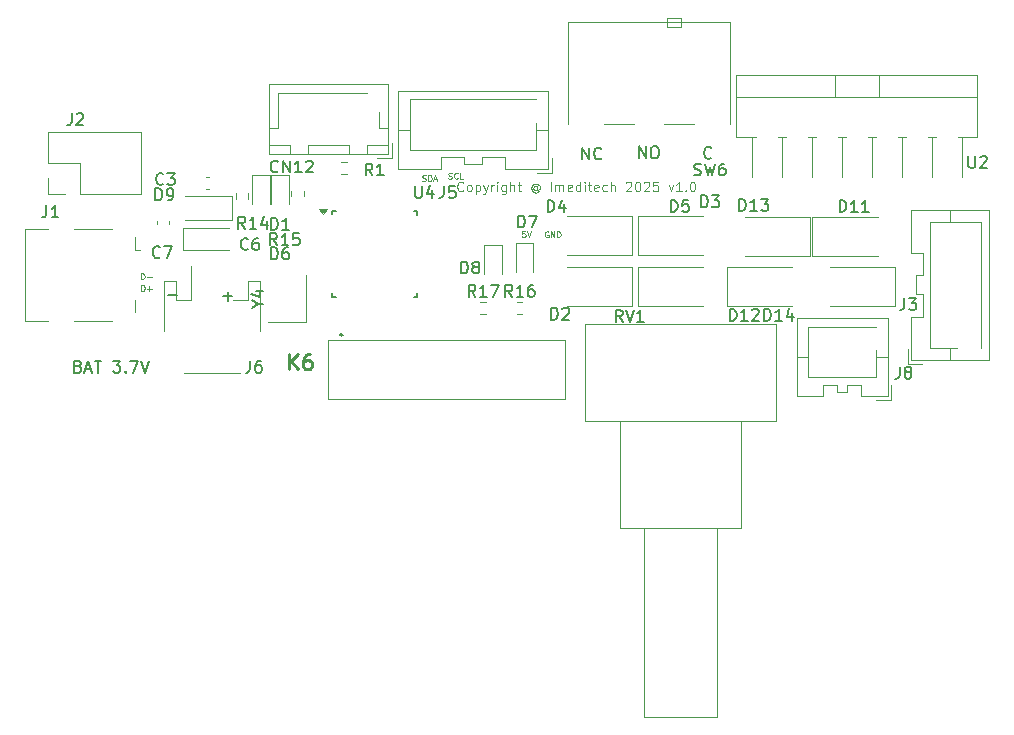
<source format=gbr>
%TF.GenerationSoftware,KiCad,Pcbnew,9.0.1*%
%TF.CreationDate,2025-06-20T00:57:13+09:00*%
%TF.ProjectId,NanoV3.3,4e616e6f-5633-42e3-932e-6b696361645f,rev?*%
%TF.SameCoordinates,Original*%
%TF.FileFunction,Legend,Top*%
%TF.FilePolarity,Positive*%
%FSLAX46Y46*%
G04 Gerber Fmt 4.6, Leading zero omitted, Abs format (unit mm)*
G04 Created by KiCad (PCBNEW 9.0.1) date 2025-06-20 00:57:13*
%MOMM*%
%LPD*%
G01*
G04 APERTURE LIST*
%ADD10C,0.100000*%
%ADD11C,0.150000*%
%ADD12C,0.254000*%
%ADD13C,0.120000*%
%ADD14C,0.200000*%
G04 APERTURE END LIST*
D10*
X129116741Y-118607419D02*
X129069122Y-118583609D01*
X129069122Y-118583609D02*
X128997693Y-118583609D01*
X128997693Y-118583609D02*
X128926265Y-118607419D01*
X128926265Y-118607419D02*
X128878646Y-118655038D01*
X128878646Y-118655038D02*
X128854836Y-118702657D01*
X128854836Y-118702657D02*
X128831027Y-118797895D01*
X128831027Y-118797895D02*
X128831027Y-118869323D01*
X128831027Y-118869323D02*
X128854836Y-118964561D01*
X128854836Y-118964561D02*
X128878646Y-119012180D01*
X128878646Y-119012180D02*
X128926265Y-119059800D01*
X128926265Y-119059800D02*
X128997693Y-119083609D01*
X128997693Y-119083609D02*
X129045312Y-119083609D01*
X129045312Y-119083609D02*
X129116741Y-119059800D01*
X129116741Y-119059800D02*
X129140550Y-119035990D01*
X129140550Y-119035990D02*
X129140550Y-118869323D01*
X129140550Y-118869323D02*
X129045312Y-118869323D01*
X129354836Y-119083609D02*
X129354836Y-118583609D01*
X129354836Y-118583609D02*
X129640550Y-119083609D01*
X129640550Y-119083609D02*
X129640550Y-118583609D01*
X129878646Y-119083609D02*
X129878646Y-118583609D01*
X129878646Y-118583609D02*
X129997694Y-118583609D01*
X129997694Y-118583609D02*
X130069122Y-118607419D01*
X130069122Y-118607419D02*
X130116741Y-118655038D01*
X130116741Y-118655038D02*
X130140551Y-118702657D01*
X130140551Y-118702657D02*
X130164360Y-118797895D01*
X130164360Y-118797895D02*
X130164360Y-118869323D01*
X130164360Y-118869323D02*
X130140551Y-118964561D01*
X130140551Y-118964561D02*
X130116741Y-119012180D01*
X130116741Y-119012180D02*
X130069122Y-119059800D01*
X130069122Y-119059800D02*
X129997694Y-119083609D01*
X129997694Y-119083609D02*
X129878646Y-119083609D01*
X120661027Y-114109800D02*
X120732455Y-114133609D01*
X120732455Y-114133609D02*
X120851503Y-114133609D01*
X120851503Y-114133609D02*
X120899122Y-114109800D01*
X120899122Y-114109800D02*
X120922931Y-114085990D01*
X120922931Y-114085990D02*
X120946741Y-114038371D01*
X120946741Y-114038371D02*
X120946741Y-113990752D01*
X120946741Y-113990752D02*
X120922931Y-113943133D01*
X120922931Y-113943133D02*
X120899122Y-113919323D01*
X120899122Y-113919323D02*
X120851503Y-113895514D01*
X120851503Y-113895514D02*
X120756265Y-113871704D01*
X120756265Y-113871704D02*
X120708646Y-113847895D01*
X120708646Y-113847895D02*
X120684836Y-113824085D01*
X120684836Y-113824085D02*
X120661027Y-113776466D01*
X120661027Y-113776466D02*
X120661027Y-113728847D01*
X120661027Y-113728847D02*
X120684836Y-113681228D01*
X120684836Y-113681228D02*
X120708646Y-113657419D01*
X120708646Y-113657419D02*
X120756265Y-113633609D01*
X120756265Y-113633609D02*
X120875312Y-113633609D01*
X120875312Y-113633609D02*
X120946741Y-113657419D01*
X121446740Y-114085990D02*
X121422931Y-114109800D01*
X121422931Y-114109800D02*
X121351502Y-114133609D01*
X121351502Y-114133609D02*
X121303883Y-114133609D01*
X121303883Y-114133609D02*
X121232455Y-114109800D01*
X121232455Y-114109800D02*
X121184836Y-114062180D01*
X121184836Y-114062180D02*
X121161026Y-114014561D01*
X121161026Y-114014561D02*
X121137217Y-113919323D01*
X121137217Y-113919323D02*
X121137217Y-113847895D01*
X121137217Y-113847895D02*
X121161026Y-113752657D01*
X121161026Y-113752657D02*
X121184836Y-113705038D01*
X121184836Y-113705038D02*
X121232455Y-113657419D01*
X121232455Y-113657419D02*
X121303883Y-113633609D01*
X121303883Y-113633609D02*
X121351502Y-113633609D01*
X121351502Y-113633609D02*
X121422931Y-113657419D01*
X121422931Y-113657419D02*
X121446740Y-113681228D01*
X121899121Y-114133609D02*
X121661026Y-114133609D01*
X121661026Y-114133609D02*
X121661026Y-113633609D01*
X121913408Y-115120704D02*
X121875312Y-115158800D01*
X121875312Y-115158800D02*
X121761027Y-115196895D01*
X121761027Y-115196895D02*
X121684836Y-115196895D01*
X121684836Y-115196895D02*
X121570550Y-115158800D01*
X121570550Y-115158800D02*
X121494360Y-115082609D01*
X121494360Y-115082609D02*
X121456265Y-115006419D01*
X121456265Y-115006419D02*
X121418169Y-114854038D01*
X121418169Y-114854038D02*
X121418169Y-114739752D01*
X121418169Y-114739752D02*
X121456265Y-114587371D01*
X121456265Y-114587371D02*
X121494360Y-114511180D01*
X121494360Y-114511180D02*
X121570550Y-114434990D01*
X121570550Y-114434990D02*
X121684836Y-114396895D01*
X121684836Y-114396895D02*
X121761027Y-114396895D01*
X121761027Y-114396895D02*
X121875312Y-114434990D01*
X121875312Y-114434990D02*
X121913408Y-114473085D01*
X122370550Y-115196895D02*
X122294360Y-115158800D01*
X122294360Y-115158800D02*
X122256265Y-115120704D01*
X122256265Y-115120704D02*
X122218169Y-115044514D01*
X122218169Y-115044514D02*
X122218169Y-114815942D01*
X122218169Y-114815942D02*
X122256265Y-114739752D01*
X122256265Y-114739752D02*
X122294360Y-114701657D01*
X122294360Y-114701657D02*
X122370550Y-114663561D01*
X122370550Y-114663561D02*
X122484836Y-114663561D01*
X122484836Y-114663561D02*
X122561027Y-114701657D01*
X122561027Y-114701657D02*
X122599122Y-114739752D01*
X122599122Y-114739752D02*
X122637217Y-114815942D01*
X122637217Y-114815942D02*
X122637217Y-115044514D01*
X122637217Y-115044514D02*
X122599122Y-115120704D01*
X122599122Y-115120704D02*
X122561027Y-115158800D01*
X122561027Y-115158800D02*
X122484836Y-115196895D01*
X122484836Y-115196895D02*
X122370550Y-115196895D01*
X122980075Y-114663561D02*
X122980075Y-115463561D01*
X122980075Y-114701657D02*
X123056265Y-114663561D01*
X123056265Y-114663561D02*
X123208646Y-114663561D01*
X123208646Y-114663561D02*
X123284837Y-114701657D01*
X123284837Y-114701657D02*
X123322932Y-114739752D01*
X123322932Y-114739752D02*
X123361027Y-114815942D01*
X123361027Y-114815942D02*
X123361027Y-115044514D01*
X123361027Y-115044514D02*
X123322932Y-115120704D01*
X123322932Y-115120704D02*
X123284837Y-115158800D01*
X123284837Y-115158800D02*
X123208646Y-115196895D01*
X123208646Y-115196895D02*
X123056265Y-115196895D01*
X123056265Y-115196895D02*
X122980075Y-115158800D01*
X123627694Y-114663561D02*
X123818170Y-115196895D01*
X124008647Y-114663561D02*
X123818170Y-115196895D01*
X123818170Y-115196895D02*
X123741980Y-115387371D01*
X123741980Y-115387371D02*
X123703885Y-115425466D01*
X123703885Y-115425466D02*
X123627694Y-115463561D01*
X124313409Y-115196895D02*
X124313409Y-114663561D01*
X124313409Y-114815942D02*
X124351504Y-114739752D01*
X124351504Y-114739752D02*
X124389599Y-114701657D01*
X124389599Y-114701657D02*
X124465790Y-114663561D01*
X124465790Y-114663561D02*
X124541980Y-114663561D01*
X124808647Y-115196895D02*
X124808647Y-114663561D01*
X124808647Y-114396895D02*
X124770551Y-114434990D01*
X124770551Y-114434990D02*
X124808647Y-114473085D01*
X124808647Y-114473085D02*
X124846742Y-114434990D01*
X124846742Y-114434990D02*
X124808647Y-114396895D01*
X124808647Y-114396895D02*
X124808647Y-114473085D01*
X125532456Y-114663561D02*
X125532456Y-115311180D01*
X125532456Y-115311180D02*
X125494361Y-115387371D01*
X125494361Y-115387371D02*
X125456265Y-115425466D01*
X125456265Y-115425466D02*
X125380075Y-115463561D01*
X125380075Y-115463561D02*
X125265789Y-115463561D01*
X125265789Y-115463561D02*
X125189599Y-115425466D01*
X125532456Y-115158800D02*
X125456265Y-115196895D01*
X125456265Y-115196895D02*
X125303884Y-115196895D01*
X125303884Y-115196895D02*
X125227694Y-115158800D01*
X125227694Y-115158800D02*
X125189599Y-115120704D01*
X125189599Y-115120704D02*
X125151503Y-115044514D01*
X125151503Y-115044514D02*
X125151503Y-114815942D01*
X125151503Y-114815942D02*
X125189599Y-114739752D01*
X125189599Y-114739752D02*
X125227694Y-114701657D01*
X125227694Y-114701657D02*
X125303884Y-114663561D01*
X125303884Y-114663561D02*
X125456265Y-114663561D01*
X125456265Y-114663561D02*
X125532456Y-114701657D01*
X125913409Y-115196895D02*
X125913409Y-114396895D01*
X126256266Y-115196895D02*
X126256266Y-114777847D01*
X126256266Y-114777847D02*
X126218171Y-114701657D01*
X126218171Y-114701657D02*
X126141980Y-114663561D01*
X126141980Y-114663561D02*
X126027694Y-114663561D01*
X126027694Y-114663561D02*
X125951504Y-114701657D01*
X125951504Y-114701657D02*
X125913409Y-114739752D01*
X126522933Y-114663561D02*
X126827695Y-114663561D01*
X126637219Y-114396895D02*
X126637219Y-115082609D01*
X126637219Y-115082609D02*
X126675314Y-115158800D01*
X126675314Y-115158800D02*
X126751504Y-115196895D01*
X126751504Y-115196895D02*
X126827695Y-115196895D01*
X128199124Y-114815942D02*
X128161029Y-114777847D01*
X128161029Y-114777847D02*
X128084838Y-114739752D01*
X128084838Y-114739752D02*
X128008648Y-114739752D01*
X128008648Y-114739752D02*
X127932457Y-114777847D01*
X127932457Y-114777847D02*
X127894362Y-114815942D01*
X127894362Y-114815942D02*
X127856267Y-114892133D01*
X127856267Y-114892133D02*
X127856267Y-114968323D01*
X127856267Y-114968323D02*
X127894362Y-115044514D01*
X127894362Y-115044514D02*
X127932457Y-115082609D01*
X127932457Y-115082609D02*
X128008648Y-115120704D01*
X128008648Y-115120704D02*
X128084838Y-115120704D01*
X128084838Y-115120704D02*
X128161029Y-115082609D01*
X128161029Y-115082609D02*
X128199124Y-115044514D01*
X128199124Y-114739752D02*
X128199124Y-115044514D01*
X128199124Y-115044514D02*
X128237219Y-115082609D01*
X128237219Y-115082609D02*
X128275314Y-115082609D01*
X128275314Y-115082609D02*
X128351505Y-115044514D01*
X128351505Y-115044514D02*
X128389600Y-114968323D01*
X128389600Y-114968323D02*
X128389600Y-114777847D01*
X128389600Y-114777847D02*
X128313410Y-114663561D01*
X128313410Y-114663561D02*
X128199124Y-114587371D01*
X128199124Y-114587371D02*
X128046743Y-114549276D01*
X128046743Y-114549276D02*
X127894362Y-114587371D01*
X127894362Y-114587371D02*
X127780076Y-114663561D01*
X127780076Y-114663561D02*
X127703886Y-114777847D01*
X127703886Y-114777847D02*
X127665790Y-114930228D01*
X127665790Y-114930228D02*
X127703886Y-115082609D01*
X127703886Y-115082609D02*
X127780076Y-115196895D01*
X127780076Y-115196895D02*
X127894362Y-115273085D01*
X127894362Y-115273085D02*
X128046743Y-115311180D01*
X128046743Y-115311180D02*
X128199124Y-115273085D01*
X128199124Y-115273085D02*
X128313410Y-115196895D01*
X129341981Y-115196895D02*
X129341981Y-114396895D01*
X129722933Y-115196895D02*
X129722933Y-114663561D01*
X129722933Y-114739752D02*
X129761028Y-114701657D01*
X129761028Y-114701657D02*
X129837218Y-114663561D01*
X129837218Y-114663561D02*
X129951504Y-114663561D01*
X129951504Y-114663561D02*
X130027695Y-114701657D01*
X130027695Y-114701657D02*
X130065790Y-114777847D01*
X130065790Y-114777847D02*
X130065790Y-115196895D01*
X130065790Y-114777847D02*
X130103885Y-114701657D01*
X130103885Y-114701657D02*
X130180076Y-114663561D01*
X130180076Y-114663561D02*
X130294361Y-114663561D01*
X130294361Y-114663561D02*
X130370552Y-114701657D01*
X130370552Y-114701657D02*
X130408647Y-114777847D01*
X130408647Y-114777847D02*
X130408647Y-115196895D01*
X131094362Y-115158800D02*
X131018171Y-115196895D01*
X131018171Y-115196895D02*
X130865790Y-115196895D01*
X130865790Y-115196895D02*
X130789600Y-115158800D01*
X130789600Y-115158800D02*
X130751504Y-115082609D01*
X130751504Y-115082609D02*
X130751504Y-114777847D01*
X130751504Y-114777847D02*
X130789600Y-114701657D01*
X130789600Y-114701657D02*
X130865790Y-114663561D01*
X130865790Y-114663561D02*
X131018171Y-114663561D01*
X131018171Y-114663561D02*
X131094362Y-114701657D01*
X131094362Y-114701657D02*
X131132457Y-114777847D01*
X131132457Y-114777847D02*
X131132457Y-114854038D01*
X131132457Y-114854038D02*
X130751504Y-114930228D01*
X131818171Y-115196895D02*
X131818171Y-114396895D01*
X131818171Y-115158800D02*
X131741980Y-115196895D01*
X131741980Y-115196895D02*
X131589599Y-115196895D01*
X131589599Y-115196895D02*
X131513409Y-115158800D01*
X131513409Y-115158800D02*
X131475314Y-115120704D01*
X131475314Y-115120704D02*
X131437218Y-115044514D01*
X131437218Y-115044514D02*
X131437218Y-114815942D01*
X131437218Y-114815942D02*
X131475314Y-114739752D01*
X131475314Y-114739752D02*
X131513409Y-114701657D01*
X131513409Y-114701657D02*
X131589599Y-114663561D01*
X131589599Y-114663561D02*
X131741980Y-114663561D01*
X131741980Y-114663561D02*
X131818171Y-114701657D01*
X132199124Y-115196895D02*
X132199124Y-114663561D01*
X132199124Y-114396895D02*
X132161028Y-114434990D01*
X132161028Y-114434990D02*
X132199124Y-114473085D01*
X132199124Y-114473085D02*
X132237219Y-114434990D01*
X132237219Y-114434990D02*
X132199124Y-114396895D01*
X132199124Y-114396895D02*
X132199124Y-114473085D01*
X132465790Y-114663561D02*
X132770552Y-114663561D01*
X132580076Y-114396895D02*
X132580076Y-115082609D01*
X132580076Y-115082609D02*
X132618171Y-115158800D01*
X132618171Y-115158800D02*
X132694361Y-115196895D01*
X132694361Y-115196895D02*
X132770552Y-115196895D01*
X133341981Y-115158800D02*
X133265790Y-115196895D01*
X133265790Y-115196895D02*
X133113409Y-115196895D01*
X133113409Y-115196895D02*
X133037219Y-115158800D01*
X133037219Y-115158800D02*
X132999123Y-115082609D01*
X132999123Y-115082609D02*
X132999123Y-114777847D01*
X132999123Y-114777847D02*
X133037219Y-114701657D01*
X133037219Y-114701657D02*
X133113409Y-114663561D01*
X133113409Y-114663561D02*
X133265790Y-114663561D01*
X133265790Y-114663561D02*
X133341981Y-114701657D01*
X133341981Y-114701657D02*
X133380076Y-114777847D01*
X133380076Y-114777847D02*
X133380076Y-114854038D01*
X133380076Y-114854038D02*
X132999123Y-114930228D01*
X134065790Y-115158800D02*
X133989599Y-115196895D01*
X133989599Y-115196895D02*
X133837218Y-115196895D01*
X133837218Y-115196895D02*
X133761028Y-115158800D01*
X133761028Y-115158800D02*
X133722933Y-115120704D01*
X133722933Y-115120704D02*
X133684837Y-115044514D01*
X133684837Y-115044514D02*
X133684837Y-114815942D01*
X133684837Y-114815942D02*
X133722933Y-114739752D01*
X133722933Y-114739752D02*
X133761028Y-114701657D01*
X133761028Y-114701657D02*
X133837218Y-114663561D01*
X133837218Y-114663561D02*
X133989599Y-114663561D01*
X133989599Y-114663561D02*
X134065790Y-114701657D01*
X134408647Y-115196895D02*
X134408647Y-114396895D01*
X134751504Y-115196895D02*
X134751504Y-114777847D01*
X134751504Y-114777847D02*
X134713409Y-114701657D01*
X134713409Y-114701657D02*
X134637218Y-114663561D01*
X134637218Y-114663561D02*
X134522932Y-114663561D01*
X134522932Y-114663561D02*
X134446742Y-114701657D01*
X134446742Y-114701657D02*
X134408647Y-114739752D01*
X135703885Y-114473085D02*
X135741981Y-114434990D01*
X135741981Y-114434990D02*
X135818171Y-114396895D01*
X135818171Y-114396895D02*
X136008647Y-114396895D01*
X136008647Y-114396895D02*
X136084838Y-114434990D01*
X136084838Y-114434990D02*
X136122933Y-114473085D01*
X136122933Y-114473085D02*
X136161028Y-114549276D01*
X136161028Y-114549276D02*
X136161028Y-114625466D01*
X136161028Y-114625466D02*
X136122933Y-114739752D01*
X136122933Y-114739752D02*
X135665790Y-115196895D01*
X135665790Y-115196895D02*
X136161028Y-115196895D01*
X136656267Y-114396895D02*
X136732457Y-114396895D01*
X136732457Y-114396895D02*
X136808648Y-114434990D01*
X136808648Y-114434990D02*
X136846743Y-114473085D01*
X136846743Y-114473085D02*
X136884838Y-114549276D01*
X136884838Y-114549276D02*
X136922933Y-114701657D01*
X136922933Y-114701657D02*
X136922933Y-114892133D01*
X136922933Y-114892133D02*
X136884838Y-115044514D01*
X136884838Y-115044514D02*
X136846743Y-115120704D01*
X136846743Y-115120704D02*
X136808648Y-115158800D01*
X136808648Y-115158800D02*
X136732457Y-115196895D01*
X136732457Y-115196895D02*
X136656267Y-115196895D01*
X136656267Y-115196895D02*
X136580076Y-115158800D01*
X136580076Y-115158800D02*
X136541981Y-115120704D01*
X136541981Y-115120704D02*
X136503886Y-115044514D01*
X136503886Y-115044514D02*
X136465790Y-114892133D01*
X136465790Y-114892133D02*
X136465790Y-114701657D01*
X136465790Y-114701657D02*
X136503886Y-114549276D01*
X136503886Y-114549276D02*
X136541981Y-114473085D01*
X136541981Y-114473085D02*
X136580076Y-114434990D01*
X136580076Y-114434990D02*
X136656267Y-114396895D01*
X137227695Y-114473085D02*
X137265791Y-114434990D01*
X137265791Y-114434990D02*
X137341981Y-114396895D01*
X137341981Y-114396895D02*
X137532457Y-114396895D01*
X137532457Y-114396895D02*
X137608648Y-114434990D01*
X137608648Y-114434990D02*
X137646743Y-114473085D01*
X137646743Y-114473085D02*
X137684838Y-114549276D01*
X137684838Y-114549276D02*
X137684838Y-114625466D01*
X137684838Y-114625466D02*
X137646743Y-114739752D01*
X137646743Y-114739752D02*
X137189600Y-115196895D01*
X137189600Y-115196895D02*
X137684838Y-115196895D01*
X138408648Y-114396895D02*
X138027696Y-114396895D01*
X138027696Y-114396895D02*
X137989600Y-114777847D01*
X137989600Y-114777847D02*
X138027696Y-114739752D01*
X138027696Y-114739752D02*
X138103886Y-114701657D01*
X138103886Y-114701657D02*
X138294362Y-114701657D01*
X138294362Y-114701657D02*
X138370553Y-114739752D01*
X138370553Y-114739752D02*
X138408648Y-114777847D01*
X138408648Y-114777847D02*
X138446743Y-114854038D01*
X138446743Y-114854038D02*
X138446743Y-115044514D01*
X138446743Y-115044514D02*
X138408648Y-115120704D01*
X138408648Y-115120704D02*
X138370553Y-115158800D01*
X138370553Y-115158800D02*
X138294362Y-115196895D01*
X138294362Y-115196895D02*
X138103886Y-115196895D01*
X138103886Y-115196895D02*
X138027696Y-115158800D01*
X138027696Y-115158800D02*
X137989600Y-115120704D01*
X139322934Y-114663561D02*
X139513410Y-115196895D01*
X139513410Y-115196895D02*
X139703887Y-114663561D01*
X140427696Y-115196895D02*
X139970553Y-115196895D01*
X140199125Y-115196895D02*
X140199125Y-114396895D01*
X140199125Y-114396895D02*
X140122934Y-114511180D01*
X140122934Y-114511180D02*
X140046744Y-114587371D01*
X140046744Y-114587371D02*
X139970553Y-114625466D01*
X140770554Y-115120704D02*
X140808649Y-115158800D01*
X140808649Y-115158800D02*
X140770554Y-115196895D01*
X140770554Y-115196895D02*
X140732458Y-115158800D01*
X140732458Y-115158800D02*
X140770554Y-115120704D01*
X140770554Y-115120704D02*
X140770554Y-115196895D01*
X141303887Y-114396895D02*
X141380077Y-114396895D01*
X141380077Y-114396895D02*
X141456268Y-114434990D01*
X141456268Y-114434990D02*
X141494363Y-114473085D01*
X141494363Y-114473085D02*
X141532458Y-114549276D01*
X141532458Y-114549276D02*
X141570553Y-114701657D01*
X141570553Y-114701657D02*
X141570553Y-114892133D01*
X141570553Y-114892133D02*
X141532458Y-115044514D01*
X141532458Y-115044514D02*
X141494363Y-115120704D01*
X141494363Y-115120704D02*
X141456268Y-115158800D01*
X141456268Y-115158800D02*
X141380077Y-115196895D01*
X141380077Y-115196895D02*
X141303887Y-115196895D01*
X141303887Y-115196895D02*
X141227696Y-115158800D01*
X141227696Y-115158800D02*
X141189601Y-115120704D01*
X141189601Y-115120704D02*
X141151506Y-115044514D01*
X141151506Y-115044514D02*
X141113410Y-114892133D01*
X141113410Y-114892133D02*
X141113410Y-114701657D01*
X141113410Y-114701657D02*
X141151506Y-114549276D01*
X141151506Y-114549276D02*
X141189601Y-114473085D01*
X141189601Y-114473085D02*
X141227696Y-114434990D01*
X141227696Y-114434990D02*
X141303887Y-114396895D01*
X94654836Y-122653609D02*
X94654836Y-122153609D01*
X94654836Y-122153609D02*
X94773884Y-122153609D01*
X94773884Y-122153609D02*
X94845312Y-122177419D01*
X94845312Y-122177419D02*
X94892931Y-122225038D01*
X94892931Y-122225038D02*
X94916741Y-122272657D01*
X94916741Y-122272657D02*
X94940550Y-122367895D01*
X94940550Y-122367895D02*
X94940550Y-122439323D01*
X94940550Y-122439323D02*
X94916741Y-122534561D01*
X94916741Y-122534561D02*
X94892931Y-122582180D01*
X94892931Y-122582180D02*
X94845312Y-122629800D01*
X94845312Y-122629800D02*
X94773884Y-122653609D01*
X94773884Y-122653609D02*
X94654836Y-122653609D01*
X95154836Y-122463133D02*
X95535789Y-122463133D01*
D11*
X96946779Y-123988866D02*
X97708684Y-123988866D01*
X101596779Y-124098866D02*
X102358684Y-124098866D01*
X101977731Y-124479819D02*
X101977731Y-123717914D01*
X89330112Y-130026009D02*
X89472969Y-130073628D01*
X89472969Y-130073628D02*
X89520588Y-130121247D01*
X89520588Y-130121247D02*
X89568207Y-130216485D01*
X89568207Y-130216485D02*
X89568207Y-130359342D01*
X89568207Y-130359342D02*
X89520588Y-130454580D01*
X89520588Y-130454580D02*
X89472969Y-130502200D01*
X89472969Y-130502200D02*
X89377731Y-130549819D01*
X89377731Y-130549819D02*
X88996779Y-130549819D01*
X88996779Y-130549819D02*
X88996779Y-129549819D01*
X88996779Y-129549819D02*
X89330112Y-129549819D01*
X89330112Y-129549819D02*
X89425350Y-129597438D01*
X89425350Y-129597438D02*
X89472969Y-129645057D01*
X89472969Y-129645057D02*
X89520588Y-129740295D01*
X89520588Y-129740295D02*
X89520588Y-129835533D01*
X89520588Y-129835533D02*
X89472969Y-129930771D01*
X89472969Y-129930771D02*
X89425350Y-129978390D01*
X89425350Y-129978390D02*
X89330112Y-130026009D01*
X89330112Y-130026009D02*
X88996779Y-130026009D01*
X89949160Y-130264104D02*
X90425350Y-130264104D01*
X89853922Y-130549819D02*
X90187255Y-129549819D01*
X90187255Y-129549819D02*
X90520588Y-130549819D01*
X90711065Y-129549819D02*
X91282493Y-129549819D01*
X90996779Y-130549819D02*
X90996779Y-129549819D01*
X92282494Y-129549819D02*
X92901541Y-129549819D01*
X92901541Y-129549819D02*
X92568208Y-129930771D01*
X92568208Y-129930771D02*
X92711065Y-129930771D01*
X92711065Y-129930771D02*
X92806303Y-129978390D01*
X92806303Y-129978390D02*
X92853922Y-130026009D01*
X92853922Y-130026009D02*
X92901541Y-130121247D01*
X92901541Y-130121247D02*
X92901541Y-130359342D01*
X92901541Y-130359342D02*
X92853922Y-130454580D01*
X92853922Y-130454580D02*
X92806303Y-130502200D01*
X92806303Y-130502200D02*
X92711065Y-130549819D01*
X92711065Y-130549819D02*
X92425351Y-130549819D01*
X92425351Y-130549819D02*
X92330113Y-130502200D01*
X92330113Y-130502200D02*
X92282494Y-130454580D01*
X93330113Y-130454580D02*
X93377732Y-130502200D01*
X93377732Y-130502200D02*
X93330113Y-130549819D01*
X93330113Y-130549819D02*
X93282494Y-130502200D01*
X93282494Y-130502200D02*
X93330113Y-130454580D01*
X93330113Y-130454580D02*
X93330113Y-130549819D01*
X93711065Y-129549819D02*
X94377731Y-129549819D01*
X94377731Y-129549819D02*
X93949160Y-130549819D01*
X94615827Y-129549819D02*
X94949160Y-130549819D01*
X94949160Y-130549819D02*
X95282493Y-129549819D01*
D10*
X94664836Y-123633609D02*
X94664836Y-123133609D01*
X94664836Y-123133609D02*
X94783884Y-123133609D01*
X94783884Y-123133609D02*
X94855312Y-123157419D01*
X94855312Y-123157419D02*
X94902931Y-123205038D01*
X94902931Y-123205038D02*
X94926741Y-123252657D01*
X94926741Y-123252657D02*
X94950550Y-123347895D01*
X94950550Y-123347895D02*
X94950550Y-123419323D01*
X94950550Y-123419323D02*
X94926741Y-123514561D01*
X94926741Y-123514561D02*
X94902931Y-123562180D01*
X94902931Y-123562180D02*
X94855312Y-123609800D01*
X94855312Y-123609800D02*
X94783884Y-123633609D01*
X94783884Y-123633609D02*
X94664836Y-123633609D01*
X95164836Y-123443133D02*
X95545789Y-123443133D01*
X95355312Y-123633609D02*
X95355312Y-123252657D01*
X118461027Y-114309800D02*
X118532455Y-114333609D01*
X118532455Y-114333609D02*
X118651503Y-114333609D01*
X118651503Y-114333609D02*
X118699122Y-114309800D01*
X118699122Y-114309800D02*
X118722931Y-114285990D01*
X118722931Y-114285990D02*
X118746741Y-114238371D01*
X118746741Y-114238371D02*
X118746741Y-114190752D01*
X118746741Y-114190752D02*
X118722931Y-114143133D01*
X118722931Y-114143133D02*
X118699122Y-114119323D01*
X118699122Y-114119323D02*
X118651503Y-114095514D01*
X118651503Y-114095514D02*
X118556265Y-114071704D01*
X118556265Y-114071704D02*
X118508646Y-114047895D01*
X118508646Y-114047895D02*
X118484836Y-114024085D01*
X118484836Y-114024085D02*
X118461027Y-113976466D01*
X118461027Y-113976466D02*
X118461027Y-113928847D01*
X118461027Y-113928847D02*
X118484836Y-113881228D01*
X118484836Y-113881228D02*
X118508646Y-113857419D01*
X118508646Y-113857419D02*
X118556265Y-113833609D01*
X118556265Y-113833609D02*
X118675312Y-113833609D01*
X118675312Y-113833609D02*
X118746741Y-113857419D01*
X118961026Y-114333609D02*
X118961026Y-113833609D01*
X118961026Y-113833609D02*
X119080074Y-113833609D01*
X119080074Y-113833609D02*
X119151502Y-113857419D01*
X119151502Y-113857419D02*
X119199121Y-113905038D01*
X119199121Y-113905038D02*
X119222931Y-113952657D01*
X119222931Y-113952657D02*
X119246740Y-114047895D01*
X119246740Y-114047895D02*
X119246740Y-114119323D01*
X119246740Y-114119323D02*
X119222931Y-114214561D01*
X119222931Y-114214561D02*
X119199121Y-114262180D01*
X119199121Y-114262180D02*
X119151502Y-114309800D01*
X119151502Y-114309800D02*
X119080074Y-114333609D01*
X119080074Y-114333609D02*
X118961026Y-114333609D01*
X119437217Y-114190752D02*
X119675312Y-114190752D01*
X119389598Y-114333609D02*
X119556264Y-113833609D01*
X119556264Y-113833609D02*
X119722931Y-114333609D01*
X127172931Y-118573609D02*
X126934836Y-118573609D01*
X126934836Y-118573609D02*
X126911027Y-118811704D01*
X126911027Y-118811704D02*
X126934836Y-118787895D01*
X126934836Y-118787895D02*
X126982455Y-118764085D01*
X126982455Y-118764085D02*
X127101503Y-118764085D01*
X127101503Y-118764085D02*
X127149122Y-118787895D01*
X127149122Y-118787895D02*
X127172931Y-118811704D01*
X127172931Y-118811704D02*
X127196741Y-118859323D01*
X127196741Y-118859323D02*
X127196741Y-118978371D01*
X127196741Y-118978371D02*
X127172931Y-119025990D01*
X127172931Y-119025990D02*
X127149122Y-119049800D01*
X127149122Y-119049800D02*
X127101503Y-119073609D01*
X127101503Y-119073609D02*
X126982455Y-119073609D01*
X126982455Y-119073609D02*
X126934836Y-119049800D01*
X126934836Y-119049800D02*
X126911027Y-119025990D01*
X127339598Y-118573609D02*
X127506264Y-119073609D01*
X127506264Y-119073609D02*
X127672931Y-118573609D01*
D11*
X104528628Y-124776190D02*
X105004819Y-124776190D01*
X104004819Y-125109523D02*
X104528628Y-124776190D01*
X104528628Y-124776190D02*
X104004819Y-124442857D01*
X104338152Y-123680952D02*
X105004819Y-123680952D01*
X103957200Y-123919047D02*
X104671485Y-124157142D01*
X104671485Y-124157142D02*
X104671485Y-123538095D01*
X105661905Y-120954819D02*
X105661905Y-119954819D01*
X105661905Y-119954819D02*
X105900000Y-119954819D01*
X105900000Y-119954819D02*
X106042857Y-120002438D01*
X106042857Y-120002438D02*
X106138095Y-120097676D01*
X106138095Y-120097676D02*
X106185714Y-120192914D01*
X106185714Y-120192914D02*
X106233333Y-120383390D01*
X106233333Y-120383390D02*
X106233333Y-120526247D01*
X106233333Y-120526247D02*
X106185714Y-120716723D01*
X106185714Y-120716723D02*
X106138095Y-120811961D01*
X106138095Y-120811961D02*
X106042857Y-120907200D01*
X106042857Y-120907200D02*
X105900000Y-120954819D01*
X105900000Y-120954819D02*
X105661905Y-120954819D01*
X107090476Y-119954819D02*
X106900000Y-119954819D01*
X106900000Y-119954819D02*
X106804762Y-120002438D01*
X106804762Y-120002438D02*
X106757143Y-120050057D01*
X106757143Y-120050057D02*
X106661905Y-120192914D01*
X106661905Y-120192914D02*
X106614286Y-120383390D01*
X106614286Y-120383390D02*
X106614286Y-120764342D01*
X106614286Y-120764342D02*
X106661905Y-120859580D01*
X106661905Y-120859580D02*
X106709524Y-120907200D01*
X106709524Y-120907200D02*
X106804762Y-120954819D01*
X106804762Y-120954819D02*
X106995238Y-120954819D01*
X106995238Y-120954819D02*
X107090476Y-120907200D01*
X107090476Y-120907200D02*
X107138095Y-120859580D01*
X107138095Y-120859580D02*
X107185714Y-120764342D01*
X107185714Y-120764342D02*
X107185714Y-120526247D01*
X107185714Y-120526247D02*
X107138095Y-120431009D01*
X107138095Y-120431009D02*
X107090476Y-120383390D01*
X107090476Y-120383390D02*
X106995238Y-120335771D01*
X106995238Y-120335771D02*
X106804762Y-120335771D01*
X106804762Y-120335771D02*
X106709524Y-120383390D01*
X106709524Y-120383390D02*
X106661905Y-120431009D01*
X106661905Y-120431009D02*
X106614286Y-120526247D01*
X129361905Y-126054819D02*
X129361905Y-125054819D01*
X129361905Y-125054819D02*
X129600000Y-125054819D01*
X129600000Y-125054819D02*
X129742857Y-125102438D01*
X129742857Y-125102438D02*
X129838095Y-125197676D01*
X129838095Y-125197676D02*
X129885714Y-125292914D01*
X129885714Y-125292914D02*
X129933333Y-125483390D01*
X129933333Y-125483390D02*
X129933333Y-125626247D01*
X129933333Y-125626247D02*
X129885714Y-125816723D01*
X129885714Y-125816723D02*
X129838095Y-125911961D01*
X129838095Y-125911961D02*
X129742857Y-126007200D01*
X129742857Y-126007200D02*
X129600000Y-126054819D01*
X129600000Y-126054819D02*
X129361905Y-126054819D01*
X130314286Y-125150057D02*
X130361905Y-125102438D01*
X130361905Y-125102438D02*
X130457143Y-125054819D01*
X130457143Y-125054819D02*
X130695238Y-125054819D01*
X130695238Y-125054819D02*
X130790476Y-125102438D01*
X130790476Y-125102438D02*
X130838095Y-125150057D01*
X130838095Y-125150057D02*
X130885714Y-125245295D01*
X130885714Y-125245295D02*
X130885714Y-125340533D01*
X130885714Y-125340533D02*
X130838095Y-125483390D01*
X130838095Y-125483390D02*
X130266667Y-126054819D01*
X130266667Y-126054819D02*
X130885714Y-126054819D01*
X106157142Y-119754819D02*
X105823809Y-119278628D01*
X105585714Y-119754819D02*
X105585714Y-118754819D01*
X105585714Y-118754819D02*
X105966666Y-118754819D01*
X105966666Y-118754819D02*
X106061904Y-118802438D01*
X106061904Y-118802438D02*
X106109523Y-118850057D01*
X106109523Y-118850057D02*
X106157142Y-118945295D01*
X106157142Y-118945295D02*
X106157142Y-119088152D01*
X106157142Y-119088152D02*
X106109523Y-119183390D01*
X106109523Y-119183390D02*
X106061904Y-119231009D01*
X106061904Y-119231009D02*
X105966666Y-119278628D01*
X105966666Y-119278628D02*
X105585714Y-119278628D01*
X107109523Y-119754819D02*
X106538095Y-119754819D01*
X106823809Y-119754819D02*
X106823809Y-118754819D01*
X106823809Y-118754819D02*
X106728571Y-118897676D01*
X106728571Y-118897676D02*
X106633333Y-118992914D01*
X106633333Y-118992914D02*
X106538095Y-119040533D01*
X108014285Y-118754819D02*
X107538095Y-118754819D01*
X107538095Y-118754819D02*
X107490476Y-119231009D01*
X107490476Y-119231009D02*
X107538095Y-119183390D01*
X107538095Y-119183390D02*
X107633333Y-119135771D01*
X107633333Y-119135771D02*
X107871428Y-119135771D01*
X107871428Y-119135771D02*
X107966666Y-119183390D01*
X107966666Y-119183390D02*
X108014285Y-119231009D01*
X108014285Y-119231009D02*
X108061904Y-119326247D01*
X108061904Y-119326247D02*
X108061904Y-119564342D01*
X108061904Y-119564342D02*
X108014285Y-119659580D01*
X108014285Y-119659580D02*
X107966666Y-119707200D01*
X107966666Y-119707200D02*
X107871428Y-119754819D01*
X107871428Y-119754819D02*
X107633333Y-119754819D01*
X107633333Y-119754819D02*
X107538095Y-119707200D01*
X107538095Y-119707200D02*
X107490476Y-119659580D01*
X88766666Y-108599819D02*
X88766666Y-109314104D01*
X88766666Y-109314104D02*
X88719047Y-109456961D01*
X88719047Y-109456961D02*
X88623809Y-109552200D01*
X88623809Y-109552200D02*
X88480952Y-109599819D01*
X88480952Y-109599819D02*
X88385714Y-109599819D01*
X89195238Y-108695057D02*
X89242857Y-108647438D01*
X89242857Y-108647438D02*
X89338095Y-108599819D01*
X89338095Y-108599819D02*
X89576190Y-108599819D01*
X89576190Y-108599819D02*
X89671428Y-108647438D01*
X89671428Y-108647438D02*
X89719047Y-108695057D01*
X89719047Y-108695057D02*
X89766666Y-108790295D01*
X89766666Y-108790295D02*
X89766666Y-108885533D01*
X89766666Y-108885533D02*
X89719047Y-109028390D01*
X89719047Y-109028390D02*
X89147619Y-109599819D01*
X89147619Y-109599819D02*
X89766666Y-109599819D01*
X141466667Y-113807200D02*
X141609524Y-113854819D01*
X141609524Y-113854819D02*
X141847619Y-113854819D01*
X141847619Y-113854819D02*
X141942857Y-113807200D01*
X141942857Y-113807200D02*
X141990476Y-113759580D01*
X141990476Y-113759580D02*
X142038095Y-113664342D01*
X142038095Y-113664342D02*
X142038095Y-113569104D01*
X142038095Y-113569104D02*
X141990476Y-113473866D01*
X141990476Y-113473866D02*
X141942857Y-113426247D01*
X141942857Y-113426247D02*
X141847619Y-113378628D01*
X141847619Y-113378628D02*
X141657143Y-113331009D01*
X141657143Y-113331009D02*
X141561905Y-113283390D01*
X141561905Y-113283390D02*
X141514286Y-113235771D01*
X141514286Y-113235771D02*
X141466667Y-113140533D01*
X141466667Y-113140533D02*
X141466667Y-113045295D01*
X141466667Y-113045295D02*
X141514286Y-112950057D01*
X141514286Y-112950057D02*
X141561905Y-112902438D01*
X141561905Y-112902438D02*
X141657143Y-112854819D01*
X141657143Y-112854819D02*
X141895238Y-112854819D01*
X141895238Y-112854819D02*
X142038095Y-112902438D01*
X142371429Y-112854819D02*
X142609524Y-113854819D01*
X142609524Y-113854819D02*
X142800000Y-113140533D01*
X142800000Y-113140533D02*
X142990476Y-113854819D01*
X142990476Y-113854819D02*
X143228572Y-112854819D01*
X144038095Y-112854819D02*
X143847619Y-112854819D01*
X143847619Y-112854819D02*
X143752381Y-112902438D01*
X143752381Y-112902438D02*
X143704762Y-112950057D01*
X143704762Y-112950057D02*
X143609524Y-113092914D01*
X143609524Y-113092914D02*
X143561905Y-113283390D01*
X143561905Y-113283390D02*
X143561905Y-113664342D01*
X143561905Y-113664342D02*
X143609524Y-113759580D01*
X143609524Y-113759580D02*
X143657143Y-113807200D01*
X143657143Y-113807200D02*
X143752381Y-113854819D01*
X143752381Y-113854819D02*
X143942857Y-113854819D01*
X143942857Y-113854819D02*
X144038095Y-113807200D01*
X144038095Y-113807200D02*
X144085714Y-113759580D01*
X144085714Y-113759580D02*
X144133333Y-113664342D01*
X144133333Y-113664342D02*
X144133333Y-113426247D01*
X144133333Y-113426247D02*
X144085714Y-113331009D01*
X144085714Y-113331009D02*
X144038095Y-113283390D01*
X144038095Y-113283390D02*
X143942857Y-113235771D01*
X143942857Y-113235771D02*
X143752381Y-113235771D01*
X143752381Y-113235771D02*
X143657143Y-113283390D01*
X143657143Y-113283390D02*
X143609524Y-113331009D01*
X143609524Y-113331009D02*
X143561905Y-113426247D01*
X142919523Y-112339580D02*
X142871904Y-112387200D01*
X142871904Y-112387200D02*
X142729047Y-112434819D01*
X142729047Y-112434819D02*
X142633809Y-112434819D01*
X142633809Y-112434819D02*
X142490952Y-112387200D01*
X142490952Y-112387200D02*
X142395714Y-112291961D01*
X142395714Y-112291961D02*
X142348095Y-112196723D01*
X142348095Y-112196723D02*
X142300476Y-112006247D01*
X142300476Y-112006247D02*
X142300476Y-111863390D01*
X142300476Y-111863390D02*
X142348095Y-111672914D01*
X142348095Y-111672914D02*
X142395714Y-111577676D01*
X142395714Y-111577676D02*
X142490952Y-111482438D01*
X142490952Y-111482438D02*
X142633809Y-111434819D01*
X142633809Y-111434819D02*
X142729047Y-111434819D01*
X142729047Y-111434819D02*
X142871904Y-111482438D01*
X142871904Y-111482438D02*
X142919523Y-111530057D01*
X131994286Y-112504819D02*
X131994286Y-111504819D01*
X131994286Y-111504819D02*
X132565714Y-112504819D01*
X132565714Y-112504819D02*
X132565714Y-111504819D01*
X133613333Y-112409580D02*
X133565714Y-112457200D01*
X133565714Y-112457200D02*
X133422857Y-112504819D01*
X133422857Y-112504819D02*
X133327619Y-112504819D01*
X133327619Y-112504819D02*
X133184762Y-112457200D01*
X133184762Y-112457200D02*
X133089524Y-112361961D01*
X133089524Y-112361961D02*
X133041905Y-112266723D01*
X133041905Y-112266723D02*
X132994286Y-112076247D01*
X132994286Y-112076247D02*
X132994286Y-111933390D01*
X132994286Y-111933390D02*
X133041905Y-111742914D01*
X133041905Y-111742914D02*
X133089524Y-111647676D01*
X133089524Y-111647676D02*
X133184762Y-111552438D01*
X133184762Y-111552438D02*
X133327619Y-111504819D01*
X133327619Y-111504819D02*
X133422857Y-111504819D01*
X133422857Y-111504819D02*
X133565714Y-111552438D01*
X133565714Y-111552438D02*
X133613333Y-111600057D01*
X136800476Y-112404819D02*
X136800476Y-111404819D01*
X136800476Y-111404819D02*
X137371904Y-112404819D01*
X137371904Y-112404819D02*
X137371904Y-111404819D01*
X138038571Y-111404819D02*
X138229047Y-111404819D01*
X138229047Y-111404819D02*
X138324285Y-111452438D01*
X138324285Y-111452438D02*
X138419523Y-111547676D01*
X138419523Y-111547676D02*
X138467142Y-111738152D01*
X138467142Y-111738152D02*
X138467142Y-112071485D01*
X138467142Y-112071485D02*
X138419523Y-112261961D01*
X138419523Y-112261961D02*
X138324285Y-112357200D01*
X138324285Y-112357200D02*
X138229047Y-112404819D01*
X138229047Y-112404819D02*
X138038571Y-112404819D01*
X138038571Y-112404819D02*
X137943333Y-112357200D01*
X137943333Y-112357200D02*
X137848095Y-112261961D01*
X137848095Y-112261961D02*
X137800476Y-112071485D01*
X137800476Y-112071485D02*
X137800476Y-111738152D01*
X137800476Y-111738152D02*
X137848095Y-111547676D01*
X137848095Y-111547676D02*
X137943333Y-111452438D01*
X137943333Y-111452438D02*
X138038571Y-111404819D01*
X126057142Y-124124819D02*
X125723809Y-123648628D01*
X125485714Y-124124819D02*
X125485714Y-123124819D01*
X125485714Y-123124819D02*
X125866666Y-123124819D01*
X125866666Y-123124819D02*
X125961904Y-123172438D01*
X125961904Y-123172438D02*
X126009523Y-123220057D01*
X126009523Y-123220057D02*
X126057142Y-123315295D01*
X126057142Y-123315295D02*
X126057142Y-123458152D01*
X126057142Y-123458152D02*
X126009523Y-123553390D01*
X126009523Y-123553390D02*
X125961904Y-123601009D01*
X125961904Y-123601009D02*
X125866666Y-123648628D01*
X125866666Y-123648628D02*
X125485714Y-123648628D01*
X127009523Y-124124819D02*
X126438095Y-124124819D01*
X126723809Y-124124819D02*
X126723809Y-123124819D01*
X126723809Y-123124819D02*
X126628571Y-123267676D01*
X126628571Y-123267676D02*
X126533333Y-123362914D01*
X126533333Y-123362914D02*
X126438095Y-123410533D01*
X127866666Y-123124819D02*
X127676190Y-123124819D01*
X127676190Y-123124819D02*
X127580952Y-123172438D01*
X127580952Y-123172438D02*
X127533333Y-123220057D01*
X127533333Y-123220057D02*
X127438095Y-123362914D01*
X127438095Y-123362914D02*
X127390476Y-123553390D01*
X127390476Y-123553390D02*
X127390476Y-123934342D01*
X127390476Y-123934342D02*
X127438095Y-124029580D01*
X127438095Y-124029580D02*
X127485714Y-124077200D01*
X127485714Y-124077200D02*
X127580952Y-124124819D01*
X127580952Y-124124819D02*
X127771428Y-124124819D01*
X127771428Y-124124819D02*
X127866666Y-124077200D01*
X127866666Y-124077200D02*
X127914285Y-124029580D01*
X127914285Y-124029580D02*
X127961904Y-123934342D01*
X127961904Y-123934342D02*
X127961904Y-123696247D01*
X127961904Y-123696247D02*
X127914285Y-123601009D01*
X127914285Y-123601009D02*
X127866666Y-123553390D01*
X127866666Y-123553390D02*
X127771428Y-123505771D01*
X127771428Y-123505771D02*
X127580952Y-123505771D01*
X127580952Y-123505771D02*
X127485714Y-123553390D01*
X127485714Y-123553390D02*
X127438095Y-123601009D01*
X127438095Y-123601009D02*
X127390476Y-123696247D01*
X144485714Y-126154819D02*
X144485714Y-125154819D01*
X144485714Y-125154819D02*
X144723809Y-125154819D01*
X144723809Y-125154819D02*
X144866666Y-125202438D01*
X144866666Y-125202438D02*
X144961904Y-125297676D01*
X144961904Y-125297676D02*
X145009523Y-125392914D01*
X145009523Y-125392914D02*
X145057142Y-125583390D01*
X145057142Y-125583390D02*
X145057142Y-125726247D01*
X145057142Y-125726247D02*
X145009523Y-125916723D01*
X145009523Y-125916723D02*
X144961904Y-126011961D01*
X144961904Y-126011961D02*
X144866666Y-126107200D01*
X144866666Y-126107200D02*
X144723809Y-126154819D01*
X144723809Y-126154819D02*
X144485714Y-126154819D01*
X146009523Y-126154819D02*
X145438095Y-126154819D01*
X145723809Y-126154819D02*
X145723809Y-125154819D01*
X145723809Y-125154819D02*
X145628571Y-125297676D01*
X145628571Y-125297676D02*
X145533333Y-125392914D01*
X145533333Y-125392914D02*
X145438095Y-125440533D01*
X146390476Y-125250057D02*
X146438095Y-125202438D01*
X146438095Y-125202438D02*
X146533333Y-125154819D01*
X146533333Y-125154819D02*
X146771428Y-125154819D01*
X146771428Y-125154819D02*
X146866666Y-125202438D01*
X146866666Y-125202438D02*
X146914285Y-125250057D01*
X146914285Y-125250057D02*
X146961904Y-125345295D01*
X146961904Y-125345295D02*
X146961904Y-125440533D01*
X146961904Y-125440533D02*
X146914285Y-125583390D01*
X146914285Y-125583390D02*
X146342857Y-126154819D01*
X146342857Y-126154819D02*
X146961904Y-126154819D01*
X103866666Y-129554819D02*
X103866666Y-130269104D01*
X103866666Y-130269104D02*
X103819047Y-130411961D01*
X103819047Y-130411961D02*
X103723809Y-130507200D01*
X103723809Y-130507200D02*
X103580952Y-130554819D01*
X103580952Y-130554819D02*
X103485714Y-130554819D01*
X104771428Y-129554819D02*
X104580952Y-129554819D01*
X104580952Y-129554819D02*
X104485714Y-129602438D01*
X104485714Y-129602438D02*
X104438095Y-129650057D01*
X104438095Y-129650057D02*
X104342857Y-129792914D01*
X104342857Y-129792914D02*
X104295238Y-129983390D01*
X104295238Y-129983390D02*
X104295238Y-130364342D01*
X104295238Y-130364342D02*
X104342857Y-130459580D01*
X104342857Y-130459580D02*
X104390476Y-130507200D01*
X104390476Y-130507200D02*
X104485714Y-130554819D01*
X104485714Y-130554819D02*
X104676190Y-130554819D01*
X104676190Y-130554819D02*
X104771428Y-130507200D01*
X104771428Y-130507200D02*
X104819047Y-130459580D01*
X104819047Y-130459580D02*
X104866666Y-130364342D01*
X104866666Y-130364342D02*
X104866666Y-130126247D01*
X104866666Y-130126247D02*
X104819047Y-130031009D01*
X104819047Y-130031009D02*
X104771428Y-129983390D01*
X104771428Y-129983390D02*
X104676190Y-129935771D01*
X104676190Y-129935771D02*
X104485714Y-129935771D01*
X104485714Y-129935771D02*
X104390476Y-129983390D01*
X104390476Y-129983390D02*
X104342857Y-130031009D01*
X104342857Y-130031009D02*
X104295238Y-130126247D01*
X106233333Y-113509580D02*
X106185714Y-113557200D01*
X106185714Y-113557200D02*
X106042857Y-113604819D01*
X106042857Y-113604819D02*
X105947619Y-113604819D01*
X105947619Y-113604819D02*
X105804762Y-113557200D01*
X105804762Y-113557200D02*
X105709524Y-113461961D01*
X105709524Y-113461961D02*
X105661905Y-113366723D01*
X105661905Y-113366723D02*
X105614286Y-113176247D01*
X105614286Y-113176247D02*
X105614286Y-113033390D01*
X105614286Y-113033390D02*
X105661905Y-112842914D01*
X105661905Y-112842914D02*
X105709524Y-112747676D01*
X105709524Y-112747676D02*
X105804762Y-112652438D01*
X105804762Y-112652438D02*
X105947619Y-112604819D01*
X105947619Y-112604819D02*
X106042857Y-112604819D01*
X106042857Y-112604819D02*
X106185714Y-112652438D01*
X106185714Y-112652438D02*
X106233333Y-112700057D01*
X106661905Y-113604819D02*
X106661905Y-112604819D01*
X106661905Y-112604819D02*
X107233333Y-113604819D01*
X107233333Y-113604819D02*
X107233333Y-112604819D01*
X108233333Y-113604819D02*
X107661905Y-113604819D01*
X107947619Y-113604819D02*
X107947619Y-112604819D01*
X107947619Y-112604819D02*
X107852381Y-112747676D01*
X107852381Y-112747676D02*
X107757143Y-112842914D01*
X107757143Y-112842914D02*
X107661905Y-112890533D01*
X108614286Y-112700057D02*
X108661905Y-112652438D01*
X108661905Y-112652438D02*
X108757143Y-112604819D01*
X108757143Y-112604819D02*
X108995238Y-112604819D01*
X108995238Y-112604819D02*
X109090476Y-112652438D01*
X109090476Y-112652438D02*
X109138095Y-112700057D01*
X109138095Y-112700057D02*
X109185714Y-112795295D01*
X109185714Y-112795295D02*
X109185714Y-112890533D01*
X109185714Y-112890533D02*
X109138095Y-113033390D01*
X109138095Y-113033390D02*
X108566667Y-113604819D01*
X108566667Y-113604819D02*
X109185714Y-113604819D01*
X142061905Y-116554819D02*
X142061905Y-115554819D01*
X142061905Y-115554819D02*
X142300000Y-115554819D01*
X142300000Y-115554819D02*
X142442857Y-115602438D01*
X142442857Y-115602438D02*
X142538095Y-115697676D01*
X142538095Y-115697676D02*
X142585714Y-115792914D01*
X142585714Y-115792914D02*
X142633333Y-115983390D01*
X142633333Y-115983390D02*
X142633333Y-116126247D01*
X142633333Y-116126247D02*
X142585714Y-116316723D01*
X142585714Y-116316723D02*
X142538095Y-116411961D01*
X142538095Y-116411961D02*
X142442857Y-116507200D01*
X142442857Y-116507200D02*
X142300000Y-116554819D01*
X142300000Y-116554819D02*
X142061905Y-116554819D01*
X142966667Y-115554819D02*
X143585714Y-115554819D01*
X143585714Y-115554819D02*
X143252381Y-115935771D01*
X143252381Y-115935771D02*
X143395238Y-115935771D01*
X143395238Y-115935771D02*
X143490476Y-115983390D01*
X143490476Y-115983390D02*
X143538095Y-116031009D01*
X143538095Y-116031009D02*
X143585714Y-116126247D01*
X143585714Y-116126247D02*
X143585714Y-116364342D01*
X143585714Y-116364342D02*
X143538095Y-116459580D01*
X143538095Y-116459580D02*
X143490476Y-116507200D01*
X143490476Y-116507200D02*
X143395238Y-116554819D01*
X143395238Y-116554819D02*
X143109524Y-116554819D01*
X143109524Y-116554819D02*
X143014286Y-116507200D01*
X143014286Y-116507200D02*
X142966667Y-116459580D01*
X139490238Y-116934819D02*
X139490238Y-115934819D01*
X139490238Y-115934819D02*
X139728333Y-115934819D01*
X139728333Y-115934819D02*
X139871190Y-115982438D01*
X139871190Y-115982438D02*
X139966428Y-116077676D01*
X139966428Y-116077676D02*
X140014047Y-116172914D01*
X140014047Y-116172914D02*
X140061666Y-116363390D01*
X140061666Y-116363390D02*
X140061666Y-116506247D01*
X140061666Y-116506247D02*
X140014047Y-116696723D01*
X140014047Y-116696723D02*
X139966428Y-116791961D01*
X139966428Y-116791961D02*
X139871190Y-116887200D01*
X139871190Y-116887200D02*
X139728333Y-116934819D01*
X139728333Y-116934819D02*
X139490238Y-116934819D01*
X140966428Y-115934819D02*
X140490238Y-115934819D01*
X140490238Y-115934819D02*
X140442619Y-116411009D01*
X140442619Y-116411009D02*
X140490238Y-116363390D01*
X140490238Y-116363390D02*
X140585476Y-116315771D01*
X140585476Y-116315771D02*
X140823571Y-116315771D01*
X140823571Y-116315771D02*
X140918809Y-116363390D01*
X140918809Y-116363390D02*
X140966428Y-116411009D01*
X140966428Y-116411009D02*
X141014047Y-116506247D01*
X141014047Y-116506247D02*
X141014047Y-116744342D01*
X141014047Y-116744342D02*
X140966428Y-116839580D01*
X140966428Y-116839580D02*
X140918809Y-116887200D01*
X140918809Y-116887200D02*
X140823571Y-116934819D01*
X140823571Y-116934819D02*
X140585476Y-116934819D01*
X140585476Y-116934819D02*
X140490238Y-116887200D01*
X140490238Y-116887200D02*
X140442619Y-116839580D01*
X145285714Y-116854819D02*
X145285714Y-115854819D01*
X145285714Y-115854819D02*
X145523809Y-115854819D01*
X145523809Y-115854819D02*
X145666666Y-115902438D01*
X145666666Y-115902438D02*
X145761904Y-115997676D01*
X145761904Y-115997676D02*
X145809523Y-116092914D01*
X145809523Y-116092914D02*
X145857142Y-116283390D01*
X145857142Y-116283390D02*
X145857142Y-116426247D01*
X145857142Y-116426247D02*
X145809523Y-116616723D01*
X145809523Y-116616723D02*
X145761904Y-116711961D01*
X145761904Y-116711961D02*
X145666666Y-116807200D01*
X145666666Y-116807200D02*
X145523809Y-116854819D01*
X145523809Y-116854819D02*
X145285714Y-116854819D01*
X146809523Y-116854819D02*
X146238095Y-116854819D01*
X146523809Y-116854819D02*
X146523809Y-115854819D01*
X146523809Y-115854819D02*
X146428571Y-115997676D01*
X146428571Y-115997676D02*
X146333333Y-116092914D01*
X146333333Y-116092914D02*
X146238095Y-116140533D01*
X147142857Y-115854819D02*
X147761904Y-115854819D01*
X147761904Y-115854819D02*
X147428571Y-116235771D01*
X147428571Y-116235771D02*
X147571428Y-116235771D01*
X147571428Y-116235771D02*
X147666666Y-116283390D01*
X147666666Y-116283390D02*
X147714285Y-116331009D01*
X147714285Y-116331009D02*
X147761904Y-116426247D01*
X147761904Y-116426247D02*
X147761904Y-116664342D01*
X147761904Y-116664342D02*
X147714285Y-116759580D01*
X147714285Y-116759580D02*
X147666666Y-116807200D01*
X147666666Y-116807200D02*
X147571428Y-116854819D01*
X147571428Y-116854819D02*
X147285714Y-116854819D01*
X147285714Y-116854819D02*
X147190476Y-116807200D01*
X147190476Y-116807200D02*
X147142857Y-116759580D01*
X117838095Y-114754819D02*
X117838095Y-115564342D01*
X117838095Y-115564342D02*
X117885714Y-115659580D01*
X117885714Y-115659580D02*
X117933333Y-115707200D01*
X117933333Y-115707200D02*
X118028571Y-115754819D01*
X118028571Y-115754819D02*
X118219047Y-115754819D01*
X118219047Y-115754819D02*
X118314285Y-115707200D01*
X118314285Y-115707200D02*
X118361904Y-115659580D01*
X118361904Y-115659580D02*
X118409523Y-115564342D01*
X118409523Y-115564342D02*
X118409523Y-114754819D01*
X119314285Y-115088152D02*
X119314285Y-115754819D01*
X119076190Y-114707200D02*
X118838095Y-115421485D01*
X118838095Y-115421485D02*
X119457142Y-115421485D01*
X158866666Y-130054819D02*
X158866666Y-130769104D01*
X158866666Y-130769104D02*
X158819047Y-130911961D01*
X158819047Y-130911961D02*
X158723809Y-131007200D01*
X158723809Y-131007200D02*
X158580952Y-131054819D01*
X158580952Y-131054819D02*
X158485714Y-131054819D01*
X159485714Y-130483390D02*
X159390476Y-130435771D01*
X159390476Y-130435771D02*
X159342857Y-130388152D01*
X159342857Y-130388152D02*
X159295238Y-130292914D01*
X159295238Y-130292914D02*
X159295238Y-130245295D01*
X159295238Y-130245295D02*
X159342857Y-130150057D01*
X159342857Y-130150057D02*
X159390476Y-130102438D01*
X159390476Y-130102438D02*
X159485714Y-130054819D01*
X159485714Y-130054819D02*
X159676190Y-130054819D01*
X159676190Y-130054819D02*
X159771428Y-130102438D01*
X159771428Y-130102438D02*
X159819047Y-130150057D01*
X159819047Y-130150057D02*
X159866666Y-130245295D01*
X159866666Y-130245295D02*
X159866666Y-130292914D01*
X159866666Y-130292914D02*
X159819047Y-130388152D01*
X159819047Y-130388152D02*
X159771428Y-130435771D01*
X159771428Y-130435771D02*
X159676190Y-130483390D01*
X159676190Y-130483390D02*
X159485714Y-130483390D01*
X159485714Y-130483390D02*
X159390476Y-130531009D01*
X159390476Y-130531009D02*
X159342857Y-130578628D01*
X159342857Y-130578628D02*
X159295238Y-130673866D01*
X159295238Y-130673866D02*
X159295238Y-130864342D01*
X159295238Y-130864342D02*
X159342857Y-130959580D01*
X159342857Y-130959580D02*
X159390476Y-131007200D01*
X159390476Y-131007200D02*
X159485714Y-131054819D01*
X159485714Y-131054819D02*
X159676190Y-131054819D01*
X159676190Y-131054819D02*
X159771428Y-131007200D01*
X159771428Y-131007200D02*
X159819047Y-130959580D01*
X159819047Y-130959580D02*
X159866666Y-130864342D01*
X159866666Y-130864342D02*
X159866666Y-130673866D01*
X159866666Y-130673866D02*
X159819047Y-130578628D01*
X159819047Y-130578628D02*
X159771428Y-130531009D01*
X159771428Y-130531009D02*
X159676190Y-130483390D01*
X103690833Y-120079580D02*
X103643214Y-120127200D01*
X103643214Y-120127200D02*
X103500357Y-120174819D01*
X103500357Y-120174819D02*
X103405119Y-120174819D01*
X103405119Y-120174819D02*
X103262262Y-120127200D01*
X103262262Y-120127200D02*
X103167024Y-120031961D01*
X103167024Y-120031961D02*
X103119405Y-119936723D01*
X103119405Y-119936723D02*
X103071786Y-119746247D01*
X103071786Y-119746247D02*
X103071786Y-119603390D01*
X103071786Y-119603390D02*
X103119405Y-119412914D01*
X103119405Y-119412914D02*
X103167024Y-119317676D01*
X103167024Y-119317676D02*
X103262262Y-119222438D01*
X103262262Y-119222438D02*
X103405119Y-119174819D01*
X103405119Y-119174819D02*
X103500357Y-119174819D01*
X103500357Y-119174819D02*
X103643214Y-119222438D01*
X103643214Y-119222438D02*
X103690833Y-119270057D01*
X104547976Y-119174819D02*
X104357500Y-119174819D01*
X104357500Y-119174819D02*
X104262262Y-119222438D01*
X104262262Y-119222438D02*
X104214643Y-119270057D01*
X104214643Y-119270057D02*
X104119405Y-119412914D01*
X104119405Y-119412914D02*
X104071786Y-119603390D01*
X104071786Y-119603390D02*
X104071786Y-119984342D01*
X104071786Y-119984342D02*
X104119405Y-120079580D01*
X104119405Y-120079580D02*
X104167024Y-120127200D01*
X104167024Y-120127200D02*
X104262262Y-120174819D01*
X104262262Y-120174819D02*
X104452738Y-120174819D01*
X104452738Y-120174819D02*
X104547976Y-120127200D01*
X104547976Y-120127200D02*
X104595595Y-120079580D01*
X104595595Y-120079580D02*
X104643214Y-119984342D01*
X104643214Y-119984342D02*
X104643214Y-119746247D01*
X104643214Y-119746247D02*
X104595595Y-119651009D01*
X104595595Y-119651009D02*
X104547976Y-119603390D01*
X104547976Y-119603390D02*
X104452738Y-119555771D01*
X104452738Y-119555771D02*
X104262262Y-119555771D01*
X104262262Y-119555771D02*
X104167024Y-119603390D01*
X104167024Y-119603390D02*
X104119405Y-119651009D01*
X104119405Y-119651009D02*
X104071786Y-119746247D01*
X147385714Y-126154819D02*
X147385714Y-125154819D01*
X147385714Y-125154819D02*
X147623809Y-125154819D01*
X147623809Y-125154819D02*
X147766666Y-125202438D01*
X147766666Y-125202438D02*
X147861904Y-125297676D01*
X147861904Y-125297676D02*
X147909523Y-125392914D01*
X147909523Y-125392914D02*
X147957142Y-125583390D01*
X147957142Y-125583390D02*
X147957142Y-125726247D01*
X147957142Y-125726247D02*
X147909523Y-125916723D01*
X147909523Y-125916723D02*
X147861904Y-126011961D01*
X147861904Y-126011961D02*
X147766666Y-126107200D01*
X147766666Y-126107200D02*
X147623809Y-126154819D01*
X147623809Y-126154819D02*
X147385714Y-126154819D01*
X148909523Y-126154819D02*
X148338095Y-126154819D01*
X148623809Y-126154819D02*
X148623809Y-125154819D01*
X148623809Y-125154819D02*
X148528571Y-125297676D01*
X148528571Y-125297676D02*
X148433333Y-125392914D01*
X148433333Y-125392914D02*
X148338095Y-125440533D01*
X149766666Y-125488152D02*
X149766666Y-126154819D01*
X149528571Y-125107200D02*
X149290476Y-125821485D01*
X149290476Y-125821485D02*
X149909523Y-125821485D01*
X159266666Y-124254819D02*
X159266666Y-124969104D01*
X159266666Y-124969104D02*
X159219047Y-125111961D01*
X159219047Y-125111961D02*
X159123809Y-125207200D01*
X159123809Y-125207200D02*
X158980952Y-125254819D01*
X158980952Y-125254819D02*
X158885714Y-125254819D01*
X159647619Y-124254819D02*
X160266666Y-124254819D01*
X160266666Y-124254819D02*
X159933333Y-124635771D01*
X159933333Y-124635771D02*
X160076190Y-124635771D01*
X160076190Y-124635771D02*
X160171428Y-124683390D01*
X160171428Y-124683390D02*
X160219047Y-124731009D01*
X160219047Y-124731009D02*
X160266666Y-124826247D01*
X160266666Y-124826247D02*
X160266666Y-125064342D01*
X160266666Y-125064342D02*
X160219047Y-125159580D01*
X160219047Y-125159580D02*
X160171428Y-125207200D01*
X160171428Y-125207200D02*
X160076190Y-125254819D01*
X160076190Y-125254819D02*
X159790476Y-125254819D01*
X159790476Y-125254819D02*
X159695238Y-125207200D01*
X159695238Y-125207200D02*
X159647619Y-125159580D01*
X121751905Y-122154819D02*
X121751905Y-121154819D01*
X121751905Y-121154819D02*
X121990000Y-121154819D01*
X121990000Y-121154819D02*
X122132857Y-121202438D01*
X122132857Y-121202438D02*
X122228095Y-121297676D01*
X122228095Y-121297676D02*
X122275714Y-121392914D01*
X122275714Y-121392914D02*
X122323333Y-121583390D01*
X122323333Y-121583390D02*
X122323333Y-121726247D01*
X122323333Y-121726247D02*
X122275714Y-121916723D01*
X122275714Y-121916723D02*
X122228095Y-122011961D01*
X122228095Y-122011961D02*
X122132857Y-122107200D01*
X122132857Y-122107200D02*
X121990000Y-122154819D01*
X121990000Y-122154819D02*
X121751905Y-122154819D01*
X122894762Y-121583390D02*
X122799524Y-121535771D01*
X122799524Y-121535771D02*
X122751905Y-121488152D01*
X122751905Y-121488152D02*
X122704286Y-121392914D01*
X122704286Y-121392914D02*
X122704286Y-121345295D01*
X122704286Y-121345295D02*
X122751905Y-121250057D01*
X122751905Y-121250057D02*
X122799524Y-121202438D01*
X122799524Y-121202438D02*
X122894762Y-121154819D01*
X122894762Y-121154819D02*
X123085238Y-121154819D01*
X123085238Y-121154819D02*
X123180476Y-121202438D01*
X123180476Y-121202438D02*
X123228095Y-121250057D01*
X123228095Y-121250057D02*
X123275714Y-121345295D01*
X123275714Y-121345295D02*
X123275714Y-121392914D01*
X123275714Y-121392914D02*
X123228095Y-121488152D01*
X123228095Y-121488152D02*
X123180476Y-121535771D01*
X123180476Y-121535771D02*
X123085238Y-121583390D01*
X123085238Y-121583390D02*
X122894762Y-121583390D01*
X122894762Y-121583390D02*
X122799524Y-121631009D01*
X122799524Y-121631009D02*
X122751905Y-121678628D01*
X122751905Y-121678628D02*
X122704286Y-121773866D01*
X122704286Y-121773866D02*
X122704286Y-121964342D01*
X122704286Y-121964342D02*
X122751905Y-122059580D01*
X122751905Y-122059580D02*
X122799524Y-122107200D01*
X122799524Y-122107200D02*
X122894762Y-122154819D01*
X122894762Y-122154819D02*
X123085238Y-122154819D01*
X123085238Y-122154819D02*
X123180476Y-122107200D01*
X123180476Y-122107200D02*
X123228095Y-122059580D01*
X123228095Y-122059580D02*
X123275714Y-121964342D01*
X123275714Y-121964342D02*
X123275714Y-121773866D01*
X123275714Y-121773866D02*
X123228095Y-121678628D01*
X123228095Y-121678628D02*
X123180476Y-121631009D01*
X123180476Y-121631009D02*
X123085238Y-121583390D01*
X153785714Y-116954819D02*
X153785714Y-115954819D01*
X153785714Y-115954819D02*
X154023809Y-115954819D01*
X154023809Y-115954819D02*
X154166666Y-116002438D01*
X154166666Y-116002438D02*
X154261904Y-116097676D01*
X154261904Y-116097676D02*
X154309523Y-116192914D01*
X154309523Y-116192914D02*
X154357142Y-116383390D01*
X154357142Y-116383390D02*
X154357142Y-116526247D01*
X154357142Y-116526247D02*
X154309523Y-116716723D01*
X154309523Y-116716723D02*
X154261904Y-116811961D01*
X154261904Y-116811961D02*
X154166666Y-116907200D01*
X154166666Y-116907200D02*
X154023809Y-116954819D01*
X154023809Y-116954819D02*
X153785714Y-116954819D01*
X155309523Y-116954819D02*
X154738095Y-116954819D01*
X155023809Y-116954819D02*
X155023809Y-115954819D01*
X155023809Y-115954819D02*
X154928571Y-116097676D01*
X154928571Y-116097676D02*
X154833333Y-116192914D01*
X154833333Y-116192914D02*
X154738095Y-116240533D01*
X156261904Y-116954819D02*
X155690476Y-116954819D01*
X155976190Y-116954819D02*
X155976190Y-115954819D01*
X155976190Y-115954819D02*
X155880952Y-116097676D01*
X155880952Y-116097676D02*
X155785714Y-116192914D01*
X155785714Y-116192914D02*
X155690476Y-116240533D01*
D12*
X107162618Y-130274318D02*
X107162618Y-129004318D01*
X107888333Y-130274318D02*
X107344047Y-129548603D01*
X107888333Y-129004318D02*
X107162618Y-129730032D01*
X108976904Y-129004318D02*
X108734999Y-129004318D01*
X108734999Y-129004318D02*
X108614047Y-129064794D01*
X108614047Y-129064794D02*
X108553571Y-129125270D01*
X108553571Y-129125270D02*
X108432618Y-129306699D01*
X108432618Y-129306699D02*
X108372142Y-129548603D01*
X108372142Y-129548603D02*
X108372142Y-130032413D01*
X108372142Y-130032413D02*
X108432618Y-130153365D01*
X108432618Y-130153365D02*
X108493095Y-130213842D01*
X108493095Y-130213842D02*
X108614047Y-130274318D01*
X108614047Y-130274318D02*
X108855952Y-130274318D01*
X108855952Y-130274318D02*
X108976904Y-130213842D01*
X108976904Y-130213842D02*
X109037380Y-130153365D01*
X109037380Y-130153365D02*
X109097857Y-130032413D01*
X109097857Y-130032413D02*
X109097857Y-129730032D01*
X109097857Y-129730032D02*
X109037380Y-129609080D01*
X109037380Y-129609080D02*
X108976904Y-129548603D01*
X108976904Y-129548603D02*
X108855952Y-129488127D01*
X108855952Y-129488127D02*
X108614047Y-129488127D01*
X108614047Y-129488127D02*
X108493095Y-129548603D01*
X108493095Y-129548603D02*
X108432618Y-129609080D01*
X108432618Y-129609080D02*
X108372142Y-129730032D01*
D11*
X114233333Y-113854819D02*
X113900000Y-113378628D01*
X113661905Y-113854819D02*
X113661905Y-112854819D01*
X113661905Y-112854819D02*
X114042857Y-112854819D01*
X114042857Y-112854819D02*
X114138095Y-112902438D01*
X114138095Y-112902438D02*
X114185714Y-112950057D01*
X114185714Y-112950057D02*
X114233333Y-113045295D01*
X114233333Y-113045295D02*
X114233333Y-113188152D01*
X114233333Y-113188152D02*
X114185714Y-113283390D01*
X114185714Y-113283390D02*
X114138095Y-113331009D01*
X114138095Y-113331009D02*
X114042857Y-113378628D01*
X114042857Y-113378628D02*
X113661905Y-113378628D01*
X115185714Y-113854819D02*
X114614286Y-113854819D01*
X114900000Y-113854819D02*
X114900000Y-112854819D01*
X114900000Y-112854819D02*
X114804762Y-112997676D01*
X114804762Y-112997676D02*
X114709524Y-113092914D01*
X114709524Y-113092914D02*
X114614286Y-113140533D01*
X120266666Y-114754819D02*
X120266666Y-115469104D01*
X120266666Y-115469104D02*
X120219047Y-115611961D01*
X120219047Y-115611961D02*
X120123809Y-115707200D01*
X120123809Y-115707200D02*
X119980952Y-115754819D01*
X119980952Y-115754819D02*
X119885714Y-115754819D01*
X121219047Y-114754819D02*
X120742857Y-114754819D01*
X120742857Y-114754819D02*
X120695238Y-115231009D01*
X120695238Y-115231009D02*
X120742857Y-115183390D01*
X120742857Y-115183390D02*
X120838095Y-115135771D01*
X120838095Y-115135771D02*
X121076190Y-115135771D01*
X121076190Y-115135771D02*
X121171428Y-115183390D01*
X121171428Y-115183390D02*
X121219047Y-115231009D01*
X121219047Y-115231009D02*
X121266666Y-115326247D01*
X121266666Y-115326247D02*
X121266666Y-115564342D01*
X121266666Y-115564342D02*
X121219047Y-115659580D01*
X121219047Y-115659580D02*
X121171428Y-115707200D01*
X121171428Y-115707200D02*
X121076190Y-115754819D01*
X121076190Y-115754819D02*
X120838095Y-115754819D01*
X120838095Y-115754819D02*
X120742857Y-115707200D01*
X120742857Y-115707200D02*
X120695238Y-115659580D01*
X122957142Y-124124819D02*
X122623809Y-123648628D01*
X122385714Y-124124819D02*
X122385714Y-123124819D01*
X122385714Y-123124819D02*
X122766666Y-123124819D01*
X122766666Y-123124819D02*
X122861904Y-123172438D01*
X122861904Y-123172438D02*
X122909523Y-123220057D01*
X122909523Y-123220057D02*
X122957142Y-123315295D01*
X122957142Y-123315295D02*
X122957142Y-123458152D01*
X122957142Y-123458152D02*
X122909523Y-123553390D01*
X122909523Y-123553390D02*
X122861904Y-123601009D01*
X122861904Y-123601009D02*
X122766666Y-123648628D01*
X122766666Y-123648628D02*
X122385714Y-123648628D01*
X123909523Y-124124819D02*
X123338095Y-124124819D01*
X123623809Y-124124819D02*
X123623809Y-123124819D01*
X123623809Y-123124819D02*
X123528571Y-123267676D01*
X123528571Y-123267676D02*
X123433333Y-123362914D01*
X123433333Y-123362914D02*
X123338095Y-123410533D01*
X124242857Y-123124819D02*
X124909523Y-123124819D01*
X124909523Y-123124819D02*
X124480952Y-124124819D01*
X86636666Y-116384819D02*
X86636666Y-117099104D01*
X86636666Y-117099104D02*
X86589047Y-117241961D01*
X86589047Y-117241961D02*
X86493809Y-117337200D01*
X86493809Y-117337200D02*
X86350952Y-117384819D01*
X86350952Y-117384819D02*
X86255714Y-117384819D01*
X87636666Y-117384819D02*
X87065238Y-117384819D01*
X87350952Y-117384819D02*
X87350952Y-116384819D01*
X87350952Y-116384819D02*
X87255714Y-116527676D01*
X87255714Y-116527676D02*
X87160476Y-116622914D01*
X87160476Y-116622914D02*
X87065238Y-116670533D01*
X96533333Y-114559580D02*
X96485714Y-114607200D01*
X96485714Y-114607200D02*
X96342857Y-114654819D01*
X96342857Y-114654819D02*
X96247619Y-114654819D01*
X96247619Y-114654819D02*
X96104762Y-114607200D01*
X96104762Y-114607200D02*
X96009524Y-114511961D01*
X96009524Y-114511961D02*
X95961905Y-114416723D01*
X95961905Y-114416723D02*
X95914286Y-114226247D01*
X95914286Y-114226247D02*
X95914286Y-114083390D01*
X95914286Y-114083390D02*
X95961905Y-113892914D01*
X95961905Y-113892914D02*
X96009524Y-113797676D01*
X96009524Y-113797676D02*
X96104762Y-113702438D01*
X96104762Y-113702438D02*
X96247619Y-113654819D01*
X96247619Y-113654819D02*
X96342857Y-113654819D01*
X96342857Y-113654819D02*
X96485714Y-113702438D01*
X96485714Y-113702438D02*
X96533333Y-113750057D01*
X96866667Y-113654819D02*
X97485714Y-113654819D01*
X97485714Y-113654819D02*
X97152381Y-114035771D01*
X97152381Y-114035771D02*
X97295238Y-114035771D01*
X97295238Y-114035771D02*
X97390476Y-114083390D01*
X97390476Y-114083390D02*
X97438095Y-114131009D01*
X97438095Y-114131009D02*
X97485714Y-114226247D01*
X97485714Y-114226247D02*
X97485714Y-114464342D01*
X97485714Y-114464342D02*
X97438095Y-114559580D01*
X97438095Y-114559580D02*
X97390476Y-114607200D01*
X97390476Y-114607200D02*
X97295238Y-114654819D01*
X97295238Y-114654819D02*
X97009524Y-114654819D01*
X97009524Y-114654819D02*
X96914286Y-114607200D01*
X96914286Y-114607200D02*
X96866667Y-114559580D01*
X105661905Y-118454819D02*
X105661905Y-117454819D01*
X105661905Y-117454819D02*
X105900000Y-117454819D01*
X105900000Y-117454819D02*
X106042857Y-117502438D01*
X106042857Y-117502438D02*
X106138095Y-117597676D01*
X106138095Y-117597676D02*
X106185714Y-117692914D01*
X106185714Y-117692914D02*
X106233333Y-117883390D01*
X106233333Y-117883390D02*
X106233333Y-118026247D01*
X106233333Y-118026247D02*
X106185714Y-118216723D01*
X106185714Y-118216723D02*
X106138095Y-118311961D01*
X106138095Y-118311961D02*
X106042857Y-118407200D01*
X106042857Y-118407200D02*
X105900000Y-118454819D01*
X105900000Y-118454819D02*
X105661905Y-118454819D01*
X107185714Y-118454819D02*
X106614286Y-118454819D01*
X106900000Y-118454819D02*
X106900000Y-117454819D01*
X106900000Y-117454819D02*
X106804762Y-117597676D01*
X106804762Y-117597676D02*
X106709524Y-117692914D01*
X106709524Y-117692914D02*
X106614286Y-117740533D01*
X95861905Y-115954819D02*
X95861905Y-114954819D01*
X95861905Y-114954819D02*
X96100000Y-114954819D01*
X96100000Y-114954819D02*
X96242857Y-115002438D01*
X96242857Y-115002438D02*
X96338095Y-115097676D01*
X96338095Y-115097676D02*
X96385714Y-115192914D01*
X96385714Y-115192914D02*
X96433333Y-115383390D01*
X96433333Y-115383390D02*
X96433333Y-115526247D01*
X96433333Y-115526247D02*
X96385714Y-115716723D01*
X96385714Y-115716723D02*
X96338095Y-115811961D01*
X96338095Y-115811961D02*
X96242857Y-115907200D01*
X96242857Y-115907200D02*
X96100000Y-115954819D01*
X96100000Y-115954819D02*
X95861905Y-115954819D01*
X96909524Y-115954819D02*
X97100000Y-115954819D01*
X97100000Y-115954819D02*
X97195238Y-115907200D01*
X97195238Y-115907200D02*
X97242857Y-115859580D01*
X97242857Y-115859580D02*
X97338095Y-115716723D01*
X97338095Y-115716723D02*
X97385714Y-115526247D01*
X97385714Y-115526247D02*
X97385714Y-115145295D01*
X97385714Y-115145295D02*
X97338095Y-115050057D01*
X97338095Y-115050057D02*
X97290476Y-115002438D01*
X97290476Y-115002438D02*
X97195238Y-114954819D01*
X97195238Y-114954819D02*
X97004762Y-114954819D01*
X97004762Y-114954819D02*
X96909524Y-115002438D01*
X96909524Y-115002438D02*
X96861905Y-115050057D01*
X96861905Y-115050057D02*
X96814286Y-115145295D01*
X96814286Y-115145295D02*
X96814286Y-115383390D01*
X96814286Y-115383390D02*
X96861905Y-115478628D01*
X96861905Y-115478628D02*
X96909524Y-115526247D01*
X96909524Y-115526247D02*
X97004762Y-115573866D01*
X97004762Y-115573866D02*
X97195238Y-115573866D01*
X97195238Y-115573866D02*
X97290476Y-115526247D01*
X97290476Y-115526247D02*
X97338095Y-115478628D01*
X97338095Y-115478628D02*
X97385714Y-115383390D01*
X96233333Y-120759580D02*
X96185714Y-120807200D01*
X96185714Y-120807200D02*
X96042857Y-120854819D01*
X96042857Y-120854819D02*
X95947619Y-120854819D01*
X95947619Y-120854819D02*
X95804762Y-120807200D01*
X95804762Y-120807200D02*
X95709524Y-120711961D01*
X95709524Y-120711961D02*
X95661905Y-120616723D01*
X95661905Y-120616723D02*
X95614286Y-120426247D01*
X95614286Y-120426247D02*
X95614286Y-120283390D01*
X95614286Y-120283390D02*
X95661905Y-120092914D01*
X95661905Y-120092914D02*
X95709524Y-119997676D01*
X95709524Y-119997676D02*
X95804762Y-119902438D01*
X95804762Y-119902438D02*
X95947619Y-119854819D01*
X95947619Y-119854819D02*
X96042857Y-119854819D01*
X96042857Y-119854819D02*
X96185714Y-119902438D01*
X96185714Y-119902438D02*
X96233333Y-119950057D01*
X96566667Y-119854819D02*
X97233333Y-119854819D01*
X97233333Y-119854819D02*
X96804762Y-120854819D01*
X164688095Y-112214819D02*
X164688095Y-113024342D01*
X164688095Y-113024342D02*
X164735714Y-113119580D01*
X164735714Y-113119580D02*
X164783333Y-113167200D01*
X164783333Y-113167200D02*
X164878571Y-113214819D01*
X164878571Y-113214819D02*
X165069047Y-113214819D01*
X165069047Y-113214819D02*
X165164285Y-113167200D01*
X165164285Y-113167200D02*
X165211904Y-113119580D01*
X165211904Y-113119580D02*
X165259523Y-113024342D01*
X165259523Y-113024342D02*
X165259523Y-112214819D01*
X165688095Y-112310057D02*
X165735714Y-112262438D01*
X165735714Y-112262438D02*
X165830952Y-112214819D01*
X165830952Y-112214819D02*
X166069047Y-112214819D01*
X166069047Y-112214819D02*
X166164285Y-112262438D01*
X166164285Y-112262438D02*
X166211904Y-112310057D01*
X166211904Y-112310057D02*
X166259523Y-112405295D01*
X166259523Y-112405295D02*
X166259523Y-112500533D01*
X166259523Y-112500533D02*
X166211904Y-112643390D01*
X166211904Y-112643390D02*
X165640476Y-113214819D01*
X165640476Y-113214819D02*
X166259523Y-113214819D01*
X126561905Y-118254819D02*
X126561905Y-117254819D01*
X126561905Y-117254819D02*
X126800000Y-117254819D01*
X126800000Y-117254819D02*
X126942857Y-117302438D01*
X126942857Y-117302438D02*
X127038095Y-117397676D01*
X127038095Y-117397676D02*
X127085714Y-117492914D01*
X127085714Y-117492914D02*
X127133333Y-117683390D01*
X127133333Y-117683390D02*
X127133333Y-117826247D01*
X127133333Y-117826247D02*
X127085714Y-118016723D01*
X127085714Y-118016723D02*
X127038095Y-118111961D01*
X127038095Y-118111961D02*
X126942857Y-118207200D01*
X126942857Y-118207200D02*
X126800000Y-118254819D01*
X126800000Y-118254819D02*
X126561905Y-118254819D01*
X127466667Y-117254819D02*
X128133333Y-117254819D01*
X128133333Y-117254819D02*
X127704762Y-118254819D01*
X129061905Y-116954819D02*
X129061905Y-115954819D01*
X129061905Y-115954819D02*
X129300000Y-115954819D01*
X129300000Y-115954819D02*
X129442857Y-116002438D01*
X129442857Y-116002438D02*
X129538095Y-116097676D01*
X129538095Y-116097676D02*
X129585714Y-116192914D01*
X129585714Y-116192914D02*
X129633333Y-116383390D01*
X129633333Y-116383390D02*
X129633333Y-116526247D01*
X129633333Y-116526247D02*
X129585714Y-116716723D01*
X129585714Y-116716723D02*
X129538095Y-116811961D01*
X129538095Y-116811961D02*
X129442857Y-116907200D01*
X129442857Y-116907200D02*
X129300000Y-116954819D01*
X129300000Y-116954819D02*
X129061905Y-116954819D01*
X130490476Y-116288152D02*
X130490476Y-116954819D01*
X130252381Y-115907200D02*
X130014286Y-116621485D01*
X130014286Y-116621485D02*
X130633333Y-116621485D01*
X103457142Y-118354819D02*
X103123809Y-117878628D01*
X102885714Y-118354819D02*
X102885714Y-117354819D01*
X102885714Y-117354819D02*
X103266666Y-117354819D01*
X103266666Y-117354819D02*
X103361904Y-117402438D01*
X103361904Y-117402438D02*
X103409523Y-117450057D01*
X103409523Y-117450057D02*
X103457142Y-117545295D01*
X103457142Y-117545295D02*
X103457142Y-117688152D01*
X103457142Y-117688152D02*
X103409523Y-117783390D01*
X103409523Y-117783390D02*
X103361904Y-117831009D01*
X103361904Y-117831009D02*
X103266666Y-117878628D01*
X103266666Y-117878628D02*
X102885714Y-117878628D01*
X104409523Y-118354819D02*
X103838095Y-118354819D01*
X104123809Y-118354819D02*
X104123809Y-117354819D01*
X104123809Y-117354819D02*
X104028571Y-117497676D01*
X104028571Y-117497676D02*
X103933333Y-117592914D01*
X103933333Y-117592914D02*
X103838095Y-117640533D01*
X105266666Y-117688152D02*
X105266666Y-118354819D01*
X105028571Y-117307200D02*
X104790476Y-118021485D01*
X104790476Y-118021485D02*
X105409523Y-118021485D01*
X135404761Y-126254819D02*
X135071428Y-125778628D01*
X134833333Y-126254819D02*
X134833333Y-125254819D01*
X134833333Y-125254819D02*
X135214285Y-125254819D01*
X135214285Y-125254819D02*
X135309523Y-125302438D01*
X135309523Y-125302438D02*
X135357142Y-125350057D01*
X135357142Y-125350057D02*
X135404761Y-125445295D01*
X135404761Y-125445295D02*
X135404761Y-125588152D01*
X135404761Y-125588152D02*
X135357142Y-125683390D01*
X135357142Y-125683390D02*
X135309523Y-125731009D01*
X135309523Y-125731009D02*
X135214285Y-125778628D01*
X135214285Y-125778628D02*
X134833333Y-125778628D01*
X135690476Y-125254819D02*
X136023809Y-126254819D01*
X136023809Y-126254819D02*
X136357142Y-125254819D01*
X137214285Y-126254819D02*
X136642857Y-126254819D01*
X136928571Y-126254819D02*
X136928571Y-125254819D01*
X136928571Y-125254819D02*
X136833333Y-125397676D01*
X136833333Y-125397676D02*
X136738095Y-125492914D01*
X136738095Y-125492914D02*
X136642857Y-125540533D01*
D13*
%TO.C,Y4*%
X105350000Y-126300000D02*
X108650000Y-126300000D01*
X108650000Y-126300000D02*
X108650000Y-122300000D01*
%TO.C,D6*%
X105665000Y-113840000D02*
X105665000Y-116300000D01*
X107135000Y-113840000D02*
X105665000Y-113840000D01*
X107135000Y-116300000D02*
X107135000Y-113840000D01*
%TO.C,D2*%
X136227500Y-121600000D02*
X130717500Y-121600000D01*
X136227500Y-124900000D02*
X130717500Y-124900000D01*
X136227500Y-124900000D02*
X136227500Y-121600000D01*
%TO.C,R15*%
X107377500Y-115162742D02*
X107377500Y-115637258D01*
X108422500Y-115162742D02*
X108422500Y-115637258D01*
%TO.C,J2*%
X86790000Y-110140000D02*
X94630000Y-110140000D01*
X86790000Y-112790000D02*
X86790000Y-110140000D01*
X86790000Y-115440000D02*
X86790000Y-114060000D01*
X88170000Y-115440000D02*
X86790000Y-115440000D01*
X89440000Y-112790000D02*
X86790000Y-112790000D01*
X89440000Y-115440000D02*
X89440000Y-112790000D01*
X89440000Y-115440000D02*
X94630000Y-115440000D01*
X94630000Y-115440000D02*
X94630000Y-110140000D01*
%TO.C,SW6*%
X130812000Y-100900000D02*
X130812000Y-109505000D01*
X133860000Y-109505000D02*
X136400000Y-109505000D01*
X141480000Y-109505000D02*
X138940000Y-109505000D01*
X144528000Y-100900000D02*
X130812000Y-100900000D01*
X144528000Y-109505000D02*
X144528000Y-100900000D01*
X139150000Y-100500000D02*
X140350000Y-100500000D01*
X140350000Y-101300000D01*
X139150000Y-101300000D01*
X139150000Y-100500000D01*
%TO.C,R16*%
X126462742Y-124577500D02*
X126937258Y-124577500D01*
X126462742Y-125622500D02*
X126937258Y-125622500D01*
%TO.C,D12*%
X144240000Y-121600000D02*
X144240000Y-124900000D01*
X144240000Y-121600000D02*
X149750000Y-121600000D01*
X144240000Y-124900000D02*
X149750000Y-124900000D01*
%TO.C,J6*%
X96590000Y-122790000D02*
X97610000Y-122790000D01*
X96590000Y-127040000D02*
X96590000Y-122790000D01*
X97610000Y-122790000D02*
X97610000Y-124390000D01*
X97610000Y-124390000D02*
X98890000Y-124390000D01*
X98310000Y-130610000D02*
X102990000Y-130610000D01*
X98890000Y-124390000D02*
X98890000Y-121500000D01*
X103690000Y-122790000D02*
X103690000Y-124390000D01*
X103690000Y-124390000D02*
X102410000Y-124390000D01*
X104710000Y-122790000D02*
X103690000Y-122790000D01*
X104710000Y-127040000D02*
X104710000Y-122790000D01*
%TO.C,CN12*%
X105440000Y-106090000D02*
X105440000Y-112060000D01*
X105440000Y-112060000D02*
X115560000Y-112060000D01*
X105450000Y-109800000D02*
X106200000Y-109800000D01*
X105450000Y-111300000D02*
X105450000Y-112050000D01*
X105450000Y-112050000D02*
X107250000Y-112050000D01*
X106200000Y-106850000D02*
X110500000Y-106850000D01*
X106200000Y-109800000D02*
X106200000Y-106850000D01*
X107250000Y-111300000D02*
X105450000Y-111300000D01*
X107250000Y-112050000D02*
X107250000Y-111300000D01*
X108750000Y-111300000D02*
X108750000Y-112050000D01*
X108750000Y-112050000D02*
X112250000Y-112050000D01*
X110500000Y-106850000D02*
X113740000Y-106850000D01*
X112250000Y-111300000D02*
X108750000Y-111300000D01*
X112250000Y-112050000D02*
X112250000Y-111300000D01*
X113750000Y-111300000D02*
X113750000Y-112050000D01*
X113750000Y-112050000D02*
X115550000Y-112050000D01*
X114600000Y-112350000D02*
X115850000Y-112350000D01*
X114800000Y-109800000D02*
X114800000Y-108460000D01*
X115550000Y-109800000D02*
X114800000Y-109800000D01*
X115550000Y-111300000D02*
X113750000Y-111300000D01*
X115550000Y-112050000D02*
X115550000Y-111300000D01*
X115560000Y-106090000D02*
X105440000Y-106090000D01*
X115560000Y-112060000D02*
X115560000Y-106090000D01*
X115850000Y-112350000D02*
X115850000Y-111100000D01*
%TO.C,D3*%
X136718333Y-121600000D02*
X136718333Y-124900000D01*
X136718333Y-121600000D02*
X142228333Y-121600000D01*
X136718333Y-124900000D02*
X142228333Y-124900000D01*
%TO.C,D5*%
X136718333Y-117330000D02*
X136718333Y-120630000D01*
X136718333Y-117330000D02*
X142228333Y-117330000D01*
X136718333Y-120630000D02*
X142228333Y-120630000D01*
%TO.C,D13*%
X151260000Y-117350000D02*
X145750000Y-117350000D01*
X151260000Y-120650000D02*
X145750000Y-120650000D01*
X151260000Y-120650000D02*
X151260000Y-117350000D01*
D11*
%TO.C,U4*%
X110785000Y-116875000D02*
X110785000Y-117100000D01*
X110785000Y-116875000D02*
X111110000Y-116875000D01*
X110785000Y-124125000D02*
X110785000Y-123800000D01*
X110785000Y-124125000D02*
X111110000Y-124125000D01*
X118035000Y-116875000D02*
X117710000Y-116875000D01*
X118035000Y-116875000D02*
X118035000Y-117200000D01*
X118035000Y-124125000D02*
X117710000Y-124125000D01*
X118035000Y-124125000D02*
X118035000Y-123800000D01*
D13*
X110020000Y-117160000D02*
X109680000Y-116690000D01*
X110360000Y-116690000D01*
X110020000Y-117160000D01*
G36*
X110020000Y-117160000D02*
G01*
X109680000Y-116690000D01*
X110360000Y-116690000D01*
X110020000Y-117160000D01*
G37*
%TO.C,J8*%
X150140000Y-125940000D02*
X150140000Y-132560000D01*
X150140000Y-129250000D02*
X151150000Y-129250000D01*
X150140000Y-132560000D02*
X152400000Y-132560000D01*
X151150000Y-126650000D02*
X156850000Y-126650000D01*
X151150000Y-130950000D02*
X151150000Y-126650000D01*
X152400000Y-131560000D02*
X153600000Y-131560000D01*
X152400000Y-132560000D02*
X152400000Y-131560000D01*
X153600000Y-131560000D02*
X153600000Y-132160000D01*
X153600000Y-132160000D02*
X154400000Y-132160000D01*
X154400000Y-131560000D02*
X155600000Y-131560000D01*
X154400000Y-132160000D02*
X154400000Y-131560000D01*
X155600000Y-131560000D02*
X155600000Y-132560000D01*
X155600000Y-132560000D02*
X157860000Y-132560000D01*
X156850000Y-128650000D02*
X156850000Y-130950000D01*
X156850000Y-130950000D02*
X151150000Y-130950000D01*
X156910000Y-132860000D02*
X158160000Y-132860000D01*
X157860000Y-125940000D02*
X150140000Y-125940000D01*
X157860000Y-129250000D02*
X156850000Y-129250000D01*
X157860000Y-132560000D02*
X157860000Y-125940000D01*
X158160000Y-132860000D02*
X158160000Y-131610000D01*
%TO.C,C6*%
X98180000Y-118295000D02*
X98180000Y-120205000D01*
X98180000Y-120205000D02*
X102100000Y-120205000D01*
X102100000Y-118295000D02*
X98180000Y-118295000D01*
%TO.C,D14*%
X158510000Y-121600000D02*
X153000000Y-121600000D01*
X158510000Y-124900000D02*
X153000000Y-124900000D01*
X158510000Y-124900000D02*
X158510000Y-121600000D01*
%TO.C,J3*%
X159550000Y-128530000D02*
X159550000Y-129780000D01*
X159550000Y-129780000D02*
X160800000Y-129780000D01*
X159850000Y-116760000D02*
X159850000Y-120420000D01*
X159850000Y-120420000D02*
X160850000Y-120420000D01*
X159850000Y-125820000D02*
X159850000Y-129480000D01*
X159850000Y-129480000D02*
X166470000Y-129480000D01*
X160250000Y-122320000D02*
X160250000Y-123920000D01*
X160250000Y-123920000D02*
X160850000Y-123920000D01*
X160850000Y-120420000D02*
X160850000Y-122320000D01*
X160850000Y-122320000D02*
X160250000Y-122320000D01*
X160850000Y-123920000D02*
X160850000Y-125820000D01*
X160850000Y-125820000D02*
X159850000Y-125820000D01*
X161460000Y-117770000D02*
X165760000Y-117770000D01*
X161460000Y-128470000D02*
X161460000Y-117770000D01*
X163160000Y-116760000D02*
X163160000Y-117770000D01*
X163160000Y-129480000D02*
X163160000Y-128470000D01*
X163760000Y-128470000D02*
X161460000Y-128470000D01*
X165760000Y-117770000D02*
X165760000Y-128470000D01*
X166470000Y-116760000D02*
X159850000Y-116760000D01*
X166470000Y-129480000D02*
X166470000Y-116760000D01*
%TO.C,D8*%
X123695000Y-119740000D02*
X123695000Y-122200000D01*
X125165000Y-119740000D02*
X123695000Y-119740000D01*
X125165000Y-122200000D02*
X125165000Y-119740000D01*
%TO.C,D11*%
X151490000Y-117350000D02*
X151490000Y-120650000D01*
X151490000Y-117350000D02*
X157000000Y-117350000D01*
X151490000Y-120650000D02*
X157000000Y-120650000D01*
D10*
%TO.C,K6*%
X110500000Y-127750000D02*
X130500000Y-127750000D01*
X110500000Y-132750000D02*
X110500000Y-127750000D01*
D14*
X111500000Y-127350000D02*
X111500000Y-127350000D01*
X111700000Y-127350000D02*
X111700000Y-127350000D01*
D10*
X130500000Y-127750000D02*
X130500000Y-132750000D01*
X130500000Y-132750000D02*
X110500000Y-132750000D01*
D14*
X111500000Y-127350000D02*
G75*
G02*
X111700000Y-127350000I100000J0D01*
G01*
X111700000Y-127350000D02*
G75*
G02*
X111500000Y-127350000I-100000J0D01*
G01*
D13*
%TO.C,R1*%
X111562742Y-112727500D02*
X112037258Y-112727500D01*
X111562742Y-113772500D02*
X112037258Y-113772500D01*
%TO.C,J5*%
X116390000Y-106690000D02*
X116390000Y-113310000D01*
X116390000Y-110000000D02*
X117400000Y-110000000D01*
X116390000Y-113310000D02*
X120050000Y-113310000D01*
X117400000Y-107400000D02*
X128100000Y-107400000D01*
X117400000Y-111700000D02*
X117400000Y-107400000D01*
X120050000Y-112310000D02*
X121950000Y-112310000D01*
X120050000Y-113310000D02*
X120050000Y-112310000D01*
X121950000Y-112310000D02*
X121950000Y-112910000D01*
X121950000Y-112910000D02*
X123550000Y-112910000D01*
X123550000Y-112310000D02*
X125450000Y-112310000D01*
X123550000Y-112910000D02*
X123550000Y-112310000D01*
X125450000Y-112310000D02*
X125450000Y-113310000D01*
X125450000Y-113310000D02*
X129110000Y-113310000D01*
X128100000Y-109400000D02*
X128100000Y-111700000D01*
X128100000Y-111700000D02*
X117400000Y-111700000D01*
X128160000Y-113610000D02*
X129410000Y-113610000D01*
X129110000Y-106690000D02*
X116390000Y-106690000D01*
X129110000Y-110000000D02*
X128100000Y-110000000D01*
X129110000Y-113310000D02*
X129110000Y-106690000D01*
X129410000Y-113610000D02*
X129410000Y-112360000D01*
%TO.C,R17*%
X123362742Y-124577500D02*
X123837258Y-124577500D01*
X123362742Y-125622500D02*
X123837258Y-125622500D01*
%TO.C,J1*%
X84805000Y-118360000D02*
X86755000Y-118360000D01*
X84805000Y-126180000D02*
X84805000Y-118360000D01*
X84805000Y-126180000D02*
X86755000Y-126180000D01*
X88975000Y-118360000D02*
X92205000Y-118360000D01*
X88975000Y-126180000D02*
X92205000Y-126180000D01*
X94125000Y-119080000D02*
X94125000Y-120160000D01*
X94125000Y-120160000D02*
X94555000Y-120160000D01*
X94125000Y-124380000D02*
X94125000Y-125460000D01*
%TO.C,C3*%
X100390580Y-113990000D02*
X100109420Y-113990000D01*
X100390580Y-115010000D02*
X100109420Y-115010000D01*
%TO.C,D1*%
X104065000Y-113840000D02*
X104065000Y-116300000D01*
X105535000Y-113840000D02*
X104065000Y-113840000D01*
X105535000Y-116300000D02*
X105535000Y-113840000D01*
%TO.C,D9*%
X102360000Y-115600000D02*
X98350000Y-115600000D01*
X102360000Y-117600000D02*
X98350000Y-117600000D01*
X102360000Y-117600000D02*
X102360000Y-115600000D01*
%TO.C,C7*%
X96000000Y-118010580D02*
X96000000Y-117729420D01*
X97020000Y-118010580D02*
X97020000Y-117729420D01*
%TO.C,U2*%
X145010000Y-105380000D02*
X145010000Y-110621000D01*
X145010000Y-105380000D02*
X165450000Y-105380000D01*
X145010000Y-107220000D02*
X165450000Y-107220000D01*
X145010000Y-110621000D02*
X146686000Y-110621000D01*
X146340000Y-110621000D02*
X146340000Y-114030000D01*
X148535000Y-110621000D02*
X149226000Y-110621000D01*
X148880000Y-110621000D02*
X148880000Y-114015000D01*
X151075000Y-110621000D02*
X151766000Y-110621000D01*
X151420000Y-110621000D02*
X151420000Y-114015000D01*
X153381000Y-105380000D02*
X153381000Y-107220000D01*
X153615000Y-110621000D02*
X154306000Y-110621000D01*
X153960000Y-110621000D02*
X153960000Y-114015000D01*
X156155000Y-110621000D02*
X156846000Y-110621000D01*
X156500000Y-110621000D02*
X156500000Y-114015000D01*
X157080000Y-105380000D02*
X157080000Y-107220000D01*
X158695000Y-110621000D02*
X159386000Y-110621000D01*
X159040000Y-110621000D02*
X159040000Y-114015000D01*
X161235000Y-110621000D02*
X161926000Y-110621000D01*
X161580000Y-110621000D02*
X161580000Y-114015000D01*
X163775000Y-110621000D02*
X165450000Y-110621000D01*
X164120000Y-110621000D02*
X164120000Y-114015000D01*
X165450000Y-105380000D02*
X165450000Y-110621000D01*
%TO.C,D7*%
X126355000Y-119590000D02*
X126355000Y-122050000D01*
X127825000Y-119590000D02*
X126355000Y-119590000D01*
X127825000Y-122050000D02*
X127825000Y-119590000D01*
%TO.C,D4*%
X136182500Y-117330000D02*
X130672500Y-117330000D01*
X136182500Y-120630000D02*
X130672500Y-120630000D01*
X136182500Y-120630000D02*
X136182500Y-117330000D01*
%TO.C,R14*%
X102677500Y-115362742D02*
X102677500Y-115837258D01*
X103722500Y-115362742D02*
X103722500Y-115837258D01*
%TO.C,RV1*%
X132220000Y-126470000D02*
X132220000Y-134690000D01*
X135220000Y-134690000D02*
X135220000Y-143690000D01*
X137220000Y-143690000D02*
X137220000Y-159690000D01*
X143440000Y-143690000D02*
X137220000Y-143690000D01*
X143440000Y-143690000D02*
X143440000Y-159690000D01*
X143440000Y-159690000D02*
X137220000Y-159690000D01*
X145440000Y-134690000D02*
X135220000Y-134690000D01*
X145440000Y-134690000D02*
X145440000Y-143690000D01*
X145440000Y-143690000D02*
X135220000Y-143690000D01*
X148440000Y-126470000D02*
X132220000Y-126470000D01*
X148440000Y-126470000D02*
X148440000Y-134690000D01*
X148440000Y-134690000D02*
X132220000Y-134690000D01*
%TD*%
M02*

</source>
